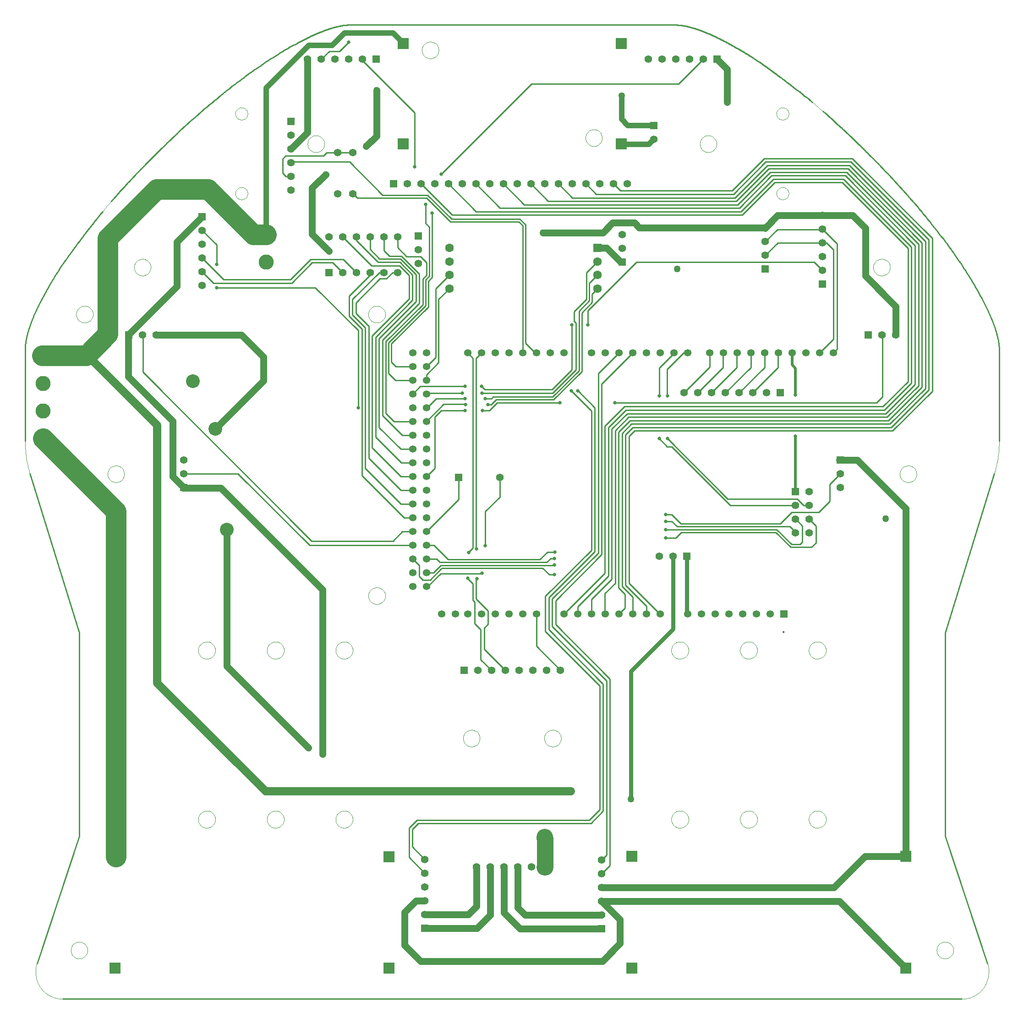
<source format=gtl>
G04*
G04 #@! TF.GenerationSoftware,Altium Limited,Altium Designer,18.0.7 (293)*
G04*
G04 Layer_Physical_Order=1*
G04 Layer_Color=255*
%FSLAX25Y25*%
%MOIN*%
G70*
G01*
G75*
%ADD10C,0.00945*%
%ADD11C,0.01000*%
%ADD13C,0.00050*%
%ADD28C,0.05000*%
%ADD29C,0.12000*%
%ADD30C,0.15000*%
%ADD31C,0.04000*%
%ADD32C,0.03000*%
%ADD33C,0.06000*%
%ADD34C,0.02000*%
%ADD35R,0.11000X0.11000*%
%ADD36C,0.11000*%
%ADD37R,0.11000X0.11000*%
%ADD38R,0.06299X0.06299*%
%ADD39C,0.06299*%
%ADD40C,0.05347*%
%ADD41R,0.05347X0.05347*%
%ADD42R,0.05512X0.05512*%
%ADD43C,0.05512*%
%ADD44R,0.05512X0.05512*%
%ADD45R,0.07874X0.07874*%
%ADD46C,0.02500*%
%ADD47C,0.05000*%
%ADD48C,0.10000*%
D10*
X552276Y396126D02*
X551567Y396535D01*
Y395717D01*
X552276Y396126D01*
X551567Y396535D01*
Y395717D01*
X552276Y396126D01*
D11*
X570400Y478000D02*
X575400Y473000D01*
X381400Y437700D02*
X385000D01*
X376600Y442500D02*
X381400Y437700D01*
X307900Y442500D02*
X376600D01*
X585300Y503400D02*
X593000Y511100D01*
X297400Y459000D02*
X306114Y450286D01*
X380000Y454200D02*
X385400D01*
X374400Y448600D02*
X380000Y454200D01*
X307800Y448600D02*
X374400D01*
X560300Y478300D02*
X565600Y473000D01*
X556600Y472600D02*
X561100Y468100D01*
X382300Y449400D02*
X385200D01*
X379500Y446600D02*
X382300Y449400D01*
X301700Y446600D02*
X379500D01*
X384900Y444500D02*
X385000Y444600D01*
X299300Y449000D02*
X301700Y446600D01*
X302472Y444500D02*
X384900D01*
X296972Y439000D02*
X302472Y444500D01*
X306114Y450286D02*
X307800Y448600D01*
X303300Y442500D02*
X307700D01*
X302400Y441600D02*
X303300Y442500D01*
X294700Y433900D02*
X302400Y441600D01*
X292000Y439000D02*
X296972D01*
X306000Y450400D02*
X306114Y450286D01*
X292000Y459000D02*
X297400D01*
X585300Y491100D02*
Y503400D01*
X577300Y483100D02*
X585300Y491100D01*
X557800Y483100D02*
X577300D01*
X466200Y481300D02*
X470300D01*
X549300Y474600D02*
X557800Y483100D01*
X470300Y481300D02*
X477000Y474600D01*
X549300D01*
X292000Y449000D02*
X299200D01*
X474400Y472600D02*
X556600D01*
X470500Y476500D02*
X474400Y472600D01*
X466100Y476500D02*
X470500D01*
X282000Y449000D02*
X286700Y444300D01*
Y436500D02*
Y444300D01*
X289300Y433900D02*
X294700D01*
X286700Y436500D02*
X289300Y433900D01*
X477400Y468500D02*
X546100D01*
X473400Y464500D02*
X477400Y468500D01*
X466100Y464500D02*
X473400D01*
X575400Y460800D02*
Y473000D01*
X546100Y468500D02*
X557000Y457600D01*
X572200D02*
X575400Y460800D01*
X557000Y457600D02*
X572200D01*
X466100Y470500D02*
X546928D01*
X565600Y461400D02*
Y473000D01*
X563800Y459600D02*
X565600Y461400D01*
X557828Y459600D02*
X563800D01*
X546928Y470500D02*
X557828Y459600D01*
X292800Y429000D02*
X302300Y438500D01*
X332300D01*
X345400Y507200D02*
X345500Y507300D01*
X345400Y494200D02*
Y507200D01*
X334800Y483600D02*
X345400Y494200D01*
X334800Y458900D02*
Y483600D01*
X328500Y456400D02*
Y456850D01*
X328250Y457100D02*
X328500Y456850D01*
X325750Y457100D02*
Y595250D01*
X322700Y454050D02*
X325750Y457100D01*
X322700Y453700D02*
Y454050D01*
X580252Y688900D02*
X580352D01*
X547400D02*
X580252D01*
X215587Y812787D02*
X221300Y818500D01*
X215500Y812700D02*
X215587Y812787D01*
X325750Y419164D02*
Y431150D01*
X322200Y434700D02*
X325750Y431150D01*
X322200Y434700D02*
Y435100D01*
X292700Y569700D02*
X318100D01*
X292000Y569000D02*
X292700Y569700D01*
X340600Y567000D02*
X383728D01*
X339500Y565900D02*
X340600Y567000D01*
X334700Y565900D02*
X339500D01*
X336700Y561400D02*
X339300D01*
X339600Y561700D01*
X399694Y621594D02*
X400650Y620639D01*
Y620450D02*
Y620639D01*
Y620450D02*
X400700Y620400D01*
Y586800D02*
Y620400D01*
X402950Y586222D02*
Y629586D01*
X383728Y567000D02*
X402950Y586222D01*
X404950Y585393D02*
Y628172D01*
X384557Y565000D02*
X404950Y585393D01*
X383800Y569900D02*
X400700Y586800D01*
X399600Y621689D02*
Y629200D01*
X408500Y638100D01*
X402200Y571300D02*
X402450D01*
X414550Y559200D01*
X580176Y658924D02*
X580300Y658800D01*
X574000Y665100D02*
X580176Y658924D01*
X383372Y572300D02*
X397900Y586828D01*
X334300Y572300D02*
X383372D01*
X332000Y574600D02*
X334300Y572300D01*
X332500Y569900D02*
X383800D01*
X320100Y561600D02*
X320300Y561800D01*
X304600Y561600D02*
X320100D01*
X292000Y549000D02*
X304600Y561600D01*
X320300Y561400D02*
Y561800D01*
X299100Y565800D02*
X320200D01*
X339600Y561700D02*
X339900Y562000D01*
X298800Y565500D02*
X299100Y565800D01*
X397900Y586828D02*
Y619500D01*
X342900Y565000D02*
X384557D01*
X339900Y562000D02*
X342900Y565000D01*
X580252Y679200D02*
X580300D01*
X547700D02*
X580252D01*
X336900Y401700D02*
Y411550D01*
X334100Y398900D02*
X336900Y401700D01*
X334100Y383400D02*
X349500Y368000D01*
X334100Y383400D02*
Y398900D01*
X332000Y599000D02*
Y601036D01*
X328250Y595250D02*
X332000Y599000D01*
X328250Y420200D02*
X336900Y411550D01*
X328250Y457100D02*
Y595250D01*
Y434300D02*
X328750Y434800D01*
Y434057D02*
Y434800D01*
X328250Y420200D02*
Y434300D01*
X228900Y818500D02*
X235500Y825100D01*
X221300Y818500D02*
X228900D01*
X331600Y375900D02*
X339500Y368000D01*
X327200Y402000D02*
X331600Y397600D01*
Y375900D02*
Y397600D01*
X325750Y419164D02*
X327200Y417714D01*
Y402000D02*
Y417714D01*
X322000Y599000D02*
X325750Y595250D01*
X414550Y454521D02*
Y559200D01*
X381000Y420971D02*
X414550Y454521D01*
X420600Y265664D02*
Y358200D01*
X411636Y256700D02*
X420600Y265664D01*
X381000Y397800D02*
Y420971D01*
Y397800D02*
X420600Y358200D01*
X286000Y256700D02*
X411636D01*
X281800Y239600D02*
X290900Y230500D01*
X281800Y252500D02*
X286000Y256700D01*
X281800Y239600D02*
Y252500D01*
X397400Y571400D02*
X412050Y556750D01*
Y455557D02*
Y556750D01*
X418100Y266700D02*
Y356664D01*
X378500Y396264D02*
X418100Y356664D01*
X410600Y259200D02*
X418100Y266700D01*
X378500Y422007D02*
X412050Y455557D01*
X378500Y396264D02*
Y422007D01*
X284964Y259200D02*
X410600D01*
X279300Y232100D02*
X290900Y220500D01*
X279300Y253536D02*
X284964Y259200D01*
X279300Y232100D02*
Y253536D01*
X415500Y714500D02*
X515436D01*
X398100Y711900D02*
X516513D01*
X380600Y709400D02*
X517548D01*
X363100Y706900D02*
X518584D01*
X345600Y704400D02*
X519619D01*
X328200Y701800D02*
X520696D01*
X433000Y717000D02*
X514400D01*
X310700Y699300D02*
X521732D01*
X283500Y734400D02*
Y773700D01*
X283000Y774200D02*
X283500Y773700D01*
X291300Y693300D02*
Y707200D01*
Y693300D02*
X294200Y690400D01*
X580252Y649100D02*
X580300D01*
X580252Y698800D02*
X580500D01*
X128800Y688200D02*
X128874Y688126D01*
X139400Y677600D01*
X475600Y794900D02*
X493537Y812837D01*
X475600Y794900D02*
X493600Y812900D01*
X475600Y794900D02*
X493600Y812900D01*
X493537Y812837D02*
X493600Y812900D01*
X261100Y673400D02*
Y683563D01*
Y673400D02*
Y683700D01*
Y683563D02*
Y683700D01*
Y673400D02*
Y683700D01*
Y673400D02*
Y683700D01*
X271200Y675600D02*
Y683563D01*
Y675600D02*
Y683700D01*
Y675600D02*
Y683700D01*
Y683563D02*
Y683700D01*
Y675600D02*
Y683563D01*
Y675600D02*
Y683700D01*
X623800Y567100D02*
Y612400D01*
Y567100D02*
Y612400D01*
X85700Y585000D02*
Y612000D01*
Y585000D02*
Y613000D01*
Y612000D02*
Y613000D01*
Y585000D02*
Y613000D01*
X115600Y512400D02*
X116900Y511100D01*
X115600Y512400D02*
X116250Y511750D01*
X115600Y512400D02*
X116900Y511100D01*
X116250Y511750D02*
X116900Y511100D01*
X507900Y588400D02*
Y599000D01*
Y588400D02*
Y599000D01*
Y588400D02*
Y599000D01*
Y588400D02*
Y599000D01*
Y588400D02*
Y599000D01*
Y588400D02*
Y599000D01*
X547800Y588300D02*
Y599000D01*
Y588300D02*
Y599000D01*
Y588300D02*
Y599000D01*
Y588300D02*
Y599000D01*
Y588300D02*
Y599000D01*
Y588300D02*
Y599000D01*
X517800Y588300D02*
Y599000D01*
Y599200D01*
Y599000D02*
Y599200D01*
Y588300D02*
Y599200D01*
Y588300D02*
Y599000D01*
Y588300D02*
Y599200D01*
Y599000D02*
Y599200D01*
Y599000D02*
Y599200D01*
Y588300D02*
Y599000D01*
Y588300D02*
Y599000D01*
X238750Y714950D02*
X241800Y711900D01*
X238600Y715100D02*
X241800Y711900D01*
X238600Y715100D02*
X241800Y711900D01*
X238600Y715100D02*
X238750Y714950D01*
X238600Y715100D02*
X238750Y714950D01*
X238600Y715100D02*
X238750Y714950D01*
X241800Y711900D01*
X238750Y714950D02*
X241800Y711900D01*
X192800Y738000D02*
X193500D01*
X192800D02*
X193500D01*
X192800D02*
X193500D01*
X192800D02*
X236100D01*
X193500D02*
X236100D01*
X192800D02*
X236100D01*
X193500D02*
X236100D01*
X193500D02*
X236100D01*
X193500D02*
X236100D01*
X192800D02*
X193500D01*
X238600Y715100D02*
X238750Y714950D01*
X241800Y711900D01*
X517800Y599000D02*
Y599200D01*
Y588300D02*
Y599000D01*
X547800Y588300D02*
Y599000D01*
X507900Y588400D02*
Y599000D01*
X116250Y511750D02*
X116900Y511100D01*
X115600Y512400D02*
X116250Y511750D01*
X85700Y612000D02*
Y613000D01*
Y585000D02*
Y612000D01*
X623800Y567100D02*
Y612000D01*
Y567100D02*
Y612400D01*
X271200Y683563D02*
Y683700D01*
Y675600D02*
Y683563D01*
X261100D02*
Y683700D01*
Y673400D02*
Y683563D01*
X538500Y670000D02*
X547700Y679200D01*
X588200Y609200D02*
Y674000D01*
X493537Y812837D02*
X493600Y812900D01*
X475600Y794900D02*
X493537Y812837D01*
X128874Y688126D02*
X139400Y677600D01*
X128800Y688200D02*
X128874Y688126D01*
X219500Y744700D02*
X227500D01*
X217100Y742300D02*
X219500Y744700D01*
X189600Y742300D02*
X217100D01*
X207800Y667100D02*
X231400D01*
X208836Y664600D02*
X223900D01*
X231000Y657500D01*
X231400Y667100D02*
X241000Y657500D01*
X194036Y649800D02*
X208836Y664600D01*
X193000Y652300D02*
X207800Y667100D01*
X242300Y559100D02*
Y615400D01*
X211200Y646500D02*
X242300Y615400D01*
X139400Y646500D02*
X211200D01*
X85700Y585000D02*
X208500Y462200D01*
X425600Y359900D02*
Y361836D01*
X386000Y401436D02*
Y418900D01*
X425600Y226100D02*
Y359900D01*
X383500Y400000D02*
Y419936D01*
X419550Y576550D02*
X442000Y599000D01*
X419550Y452450D02*
Y576550D01*
X386000Y418900D02*
X419550Y452450D01*
X419500Y220000D02*
X425600Y226100D01*
X417050Y584050D02*
X432000Y599000D01*
X417050Y453486D02*
Y584050D01*
X383500Y419936D02*
X417050Y453486D01*
X419500Y230000D02*
X423100Y233600D01*
X386000Y401436D02*
X425600Y361836D01*
X383500Y400000D02*
X423100Y360400D01*
Y233600D02*
Y360400D01*
X372000Y385600D02*
X389200Y368400D01*
X139400Y663500D02*
Y677600D01*
X144448Y652300D02*
X193000D01*
X136948Y649800D02*
X194036D01*
X128748Y668000D02*
X144448Y652300D01*
X368400Y794900D02*
X475600D01*
X429100Y562700D02*
X619000D01*
X435968Y560000D02*
X624200D01*
X421800Y545832D02*
X435968Y560000D01*
X437004Y557500D02*
X625236D01*
X438081Y554900D02*
X626171D01*
X439116Y552400D02*
X627207D01*
X440152Y549900D02*
X628242D01*
X441188Y547400D02*
X629278D01*
X431800Y541548D02*
X440152Y549900D01*
X442264Y544800D02*
X630213D01*
X436800Y539336D02*
X442264Y544800D01*
X443300Y542300D02*
X631249D01*
X439300Y538300D02*
X443300Y542300D01*
X426800Y543619D02*
X438081Y554900D01*
X429300Y542584D02*
X439116Y552400D01*
X424300Y544796D02*
X437004Y557500D01*
X439300Y431400D02*
Y538300D01*
X343428Y562700D02*
X389100D01*
X421800Y438800D02*
Y545832D01*
X392000Y409000D02*
X421800Y438800D01*
X402000Y414400D02*
X424300Y436700D01*
Y544796D01*
X426800Y434500D02*
Y543619D01*
X429300Y431400D02*
Y542584D01*
X431800Y428064D02*
Y541548D01*
X421900Y424000D02*
X429300Y431400D01*
X421900Y409100D02*
Y424000D01*
X434300Y429100D02*
Y540513D01*
X402000Y409000D02*
Y414400D01*
X292000Y429000D02*
X292800D01*
X372000Y385600D02*
Y409000D01*
X619400Y562700D02*
X623800Y567100D01*
X624200Y560000D02*
X642400Y578200D01*
X625236Y557500D02*
X644900Y577164D01*
X337828Y557100D02*
X343428Y562700D01*
X332900Y557100D02*
X337828D01*
X302928D02*
X320100D01*
X298200Y552372D02*
X302928Y557100D01*
X292300Y559000D02*
X298800Y565500D01*
X298200Y515200D02*
Y552372D01*
X292000Y509000D02*
X298200Y515200D01*
X561894Y492700D02*
X566594Y488000D01*
X511200Y492700D02*
X561894D01*
X566594Y488000D02*
X570575D01*
X208500Y462200D02*
X267800D01*
X274600Y469000D01*
X154900Y511100D02*
X207000Y459000D01*
X116900Y511100D02*
X154900D01*
X207000Y459000D02*
X282000D01*
X128748Y658000D02*
X136948Y649800D01*
X274600Y469000D02*
X282000D01*
X315500Y508500D02*
Y509600D01*
Y492500D02*
Y508500D01*
X292000Y469000D02*
X315500Y492500D01*
X302700Y729200D02*
X368400Y794900D01*
X296200Y654143D02*
Y700800D01*
X294200Y654972D02*
Y690400D01*
X293300Y651243D02*
X296200Y654143D01*
X293300Y632543D02*
Y651243D01*
X266500Y605743D02*
X293300Y632543D01*
X266500Y592400D02*
Y605743D01*
Y592400D02*
X269900Y589000D01*
X282000D01*
X245500Y812874D02*
Y812900D01*
Y811700D02*
Y812874D01*
Y811700D02*
X283000Y774200D01*
X291300Y652072D02*
X294200Y654972D01*
X291300Y633372D02*
Y652072D01*
X264500Y606572D02*
X291300Y633372D01*
X264500Y584100D02*
Y606572D01*
Y584100D02*
X269600Y579000D01*
X282000D01*
X277600Y669200D02*
X287800D01*
X292200Y664800D01*
X271200Y675600D02*
X277600Y669200D01*
X273785Y669500D02*
X286800Y656485D01*
X284300Y636271D02*
Y656157D01*
X272957Y667500D02*
X284300Y656157D01*
X257800Y667500D02*
X272957D01*
X281800Y637307D02*
Y655828D01*
X272628Y665000D02*
X281800Y655828D01*
X256764Y665000D02*
X272628D01*
X279300Y638342D02*
Y655500D01*
X272300Y662500D02*
X279300Y655500D01*
X252063Y662500D02*
X272300D01*
X268500Y549000D02*
X282000D01*
X262500Y555000D02*
X268500Y549000D01*
X444707Y665100D02*
X574000D01*
X409300Y629693D02*
X444707Y665100D01*
X409300Y619500D02*
Y629693D01*
X287600Y574600D02*
X320200D01*
X282000Y569000D02*
X287600Y574600D01*
X235700Y625800D02*
X245050Y616450D01*
Y557961D02*
Y616450D01*
X245000Y557911D02*
X245050Y557961D01*
X245000Y509700D02*
Y557911D01*
X247500Y515100D02*
Y617536D01*
X238200Y626836D02*
X247500Y617536D01*
X250000Y522400D02*
Y618571D01*
X240700Y627871D02*
X250000Y618571D01*
X252500Y530000D02*
Y611542D01*
X238200Y626836D02*
Y637950D01*
X257750Y657500D01*
X240700Y635500D02*
X258194Y652994D01*
X240700Y627871D02*
Y635500D01*
X292000Y589000D02*
X298900Y595900D01*
Y645908D01*
X300900Y591998D02*
Y638065D01*
X292000Y583098D02*
X300900Y591998D01*
X292000Y579000D02*
Y583098D01*
X298900Y645908D02*
X308681Y655689D01*
X300900Y638065D02*
X308681Y645846D01*
X292000Y559000D02*
X292300D01*
X412500Y641791D02*
X416555Y645846D01*
X408500Y657476D02*
X416555Y665532D01*
X408500Y638100D02*
Y657476D01*
X410500Y649634D02*
X416555Y655689D01*
X410500Y637136D02*
Y649634D01*
X402950Y629586D02*
X410500Y637136D01*
X412500Y635722D02*
Y641791D01*
X404950Y628172D02*
X412500Y635722D01*
X362000Y599000D02*
Y691600D01*
X364000Y606100D02*
X371100Y599000D01*
X292200Y655800D02*
Y664800D01*
X289300Y652900D02*
X292200Y655800D01*
X261100Y673400D02*
X265000Y669500D01*
X273785D01*
X286800Y635236D02*
Y656485D01*
X245000Y509700D02*
X275700Y479000D01*
X261300Y682800D02*
Y683500D01*
X262500Y607400D02*
X289300Y634200D01*
X262500Y555000D02*
Y607400D01*
X274500Y539000D02*
X282000D01*
X260000Y608436D02*
X286800Y635236D01*
X260000Y553500D02*
X274500Y539000D01*
X260000Y553500D02*
Y608436D01*
X289300Y634200D02*
Y652900D01*
X252500Y611542D02*
X279300Y638342D01*
X273500Y509000D02*
X282000D01*
X252500Y530000D02*
X273500Y509000D01*
X255000Y610507D02*
X281800Y637307D01*
X273700Y519000D02*
X282000D01*
X255000Y537700D02*
X273700Y519000D01*
X255000Y537700D02*
Y610507D01*
X257500Y609471D02*
X284300Y636271D01*
X273300Y529000D02*
X282000D01*
X257500Y544800D02*
X273300Y529000D01*
X257500Y544800D02*
Y609471D01*
X231000Y683563D02*
X252063Y662500D01*
X241000Y680764D02*
Y683563D01*
Y680764D02*
X256764Y665000D01*
X251000Y674300D02*
Y683563D01*
Y674300D02*
X257800Y667500D01*
X250000Y522400D02*
X273400Y499000D01*
X247500Y515100D02*
X273600Y489000D01*
X273400Y499000D02*
X282000D01*
X273600Y489000D02*
X282000D01*
X275700Y479000D02*
X282000D01*
X235700Y625800D02*
Y640399D01*
X262866Y652994D02*
X267372Y657500D01*
X271000D01*
X258194Y652994D02*
X262866D01*
X257750Y657500D02*
X261000D01*
X251000Y655699D02*
Y657500D01*
X235700Y640399D02*
X251000Y655699D01*
X359100Y694500D02*
X362000Y691600D01*
X359928Y696500D02*
X364000Y692428D01*
X309490Y694500D02*
X359100D01*
X310318Y696500D02*
X359928D01*
X364000Y606100D02*
Y692428D01*
X292090Y711900D02*
X309490Y694500D01*
X292918Y713900D02*
X310318Y696500D01*
X288000Y722000D02*
X310700Y699300D01*
X241800Y711900D02*
X292090D01*
X260200Y713900D02*
X292918D01*
X187400Y740100D02*
X189600Y742300D01*
X187400Y729800D02*
Y740100D01*
Y729800D02*
X189700Y727500D01*
X193500D01*
X236100Y738000D02*
X260200Y713900D01*
X227500Y744700D02*
X238500D01*
X580252Y679000D02*
X583200D01*
X588200Y674000D01*
X578000Y599000D02*
X588200Y609200D01*
X590700Y601700D02*
Y678552D01*
X580352Y688900D02*
X590700Y678552D01*
X588000Y599000D02*
X590700Y601700D01*
X580252Y689000D02*
X580352Y688900D01*
X538500Y680000D02*
X547400Y688900D01*
X545416Y722984D02*
X594416D01*
X544380Y725484D02*
X595451D01*
X521732Y699300D02*
X545416Y722984D01*
X520696Y701800D02*
X544380Y725484D01*
X543203Y727984D02*
X596628D01*
X519619Y704400D02*
X543203Y727984D01*
X542168Y730484D02*
X597664D01*
X371100Y599000D02*
X372000D01*
X328000Y722000D02*
X345600Y704400D01*
X308000Y722000D02*
X328200Y701800D01*
X467300Y536600D02*
X511200Y492700D01*
X472000Y598700D02*
Y599000D01*
X467200Y530700D02*
X470372D01*
X513072Y488000D01*
X461400Y588100D02*
X472000Y598700D01*
X461400Y568000D02*
Y588100D01*
X461300Y567900D02*
X461400Y568000D01*
X461300Y536600D02*
X467200Y530700D01*
X479200Y599000D02*
X482000D01*
X467200Y587000D02*
X479200Y599000D01*
X467200Y568000D02*
X467300Y567900D01*
X467200Y568000D02*
Y587000D01*
X513072Y488000D02*
X560575D01*
X626171Y554900D02*
X647500Y576229D01*
X627207Y552400D02*
X650000Y575193D01*
X629278Y547400D02*
X655000Y573122D01*
X630213Y544800D02*
X657600Y572187D01*
X436800Y430136D02*
Y539336D01*
X412000Y419700D02*
X426800Y434500D01*
X436800Y430136D02*
X444500Y422436D01*
X439300Y431400D02*
X461700Y409000D01*
X431800Y428064D02*
X436400Y423464D01*
Y413400D02*
Y423464D01*
X432000Y409000D02*
X436400Y413400D01*
X412000Y409000D02*
Y419700D01*
X421900Y409100D02*
X422000Y409000D01*
X452000D02*
Y414900D01*
Y408900D02*
Y409000D01*
X444500Y422400D02*
X452000Y414900D01*
X461700Y409000D02*
X462000D01*
X444500Y422400D02*
Y422436D01*
X595451Y725484D02*
X644900Y676036D01*
Y577164D02*
Y676036D01*
X594416Y722984D02*
X642400Y675000D01*
Y578200D02*
Y675000D01*
X597664Y730484D02*
X650000Y678148D01*
Y575193D02*
Y678148D01*
X518584Y706900D02*
X542168Y730484D01*
X348000Y722000D02*
X363100Y706900D01*
X596628Y727984D02*
X647500Y677113D01*
Y576229D02*
Y677113D01*
X599735Y735484D02*
X655000Y680219D01*
Y573122D02*
Y680219D01*
X516513Y711900D02*
X540097Y735484D01*
X599735D01*
X434300Y540513D02*
X441188Y547400D01*
X388000Y722000D02*
X398100Y711900D01*
X598699Y732984D02*
X652500Y679184D01*
Y574158D02*
Y679184D01*
X517548Y709400D02*
X541132Y732984D01*
X598699D01*
X628242Y549900D02*
X652500Y574158D01*
X368000Y722000D02*
X380600Y709400D01*
X442000Y409000D02*
Y421400D01*
X434300Y429100D02*
X442000Y421400D01*
X601947Y740484D02*
X660100Y682332D01*
Y571151D02*
Y682332D01*
X514400Y717000D02*
X537884Y740484D01*
X601947D01*
X631249Y542300D02*
X660100Y571151D01*
X428000Y722000D02*
X433000Y717000D01*
X657600Y572187D02*
Y681296D01*
X600912Y737984D02*
X657600Y681296D01*
X515436Y714500D02*
X538920Y737984D01*
X600912D01*
X408000Y722000D02*
X415500Y714500D01*
X538000Y588500D02*
Y599000D01*
X528000Y588500D02*
Y599000D01*
X498100Y588600D02*
Y598800D01*
X529500Y570000D02*
X547800Y588300D01*
X538000Y599000D02*
Y599100D01*
X519500Y570000D02*
X538000Y588500D01*
X528000Y599000D02*
Y599100D01*
X509500Y570000D02*
X528000Y588500D01*
X499500Y570000D02*
X517800Y588300D01*
X489500Y570000D02*
X507900Y588400D01*
X479500Y570000D02*
X498100Y588600D01*
X25Y534615D02*
Y601441D01*
X3550Y511320D02*
X39395Y395580D01*
Y247548D02*
Y395580D01*
X8623Y154889D02*
X39395Y247548D01*
X27305Y129000D02*
X681407D01*
X669316Y247548D02*
X700089Y154889D01*
X669316Y247548D02*
Y395580D01*
X705162Y511320D01*
X708686Y534615D02*
Y601441D01*
X708682Y601920D02*
X708686Y601441D01*
X708677Y602161D02*
X708682Y601920D01*
X708670Y602404D02*
X708677Y602161D01*
X708661Y602649D02*
X708670Y602404D01*
X708649Y602895D02*
X708661Y602649D01*
X708636Y603142D02*
X708649Y602895D01*
X708621Y603391D02*
X708636Y603142D01*
X708603Y603641D02*
X708621Y603391D01*
X708584Y603892D02*
X708603Y603641D01*
X708563Y604145D02*
X708584Y603892D01*
X708539Y604399D02*
X708563Y604145D01*
X708514Y604654D02*
X708539Y604399D01*
X708487Y604911D02*
X708514Y604654D01*
X708458Y605169D02*
X708487Y604911D01*
X708427Y605429D02*
X708458Y605169D01*
X708394Y605689D02*
X708427Y605429D01*
X708359Y605951D02*
X708394Y605689D01*
X708322Y606214D02*
X708359Y605951D01*
X708283Y606479D02*
X708322Y606214D01*
X708243Y606745D02*
X708283Y606479D01*
X708200Y607012D02*
X708243Y606745D01*
X708156Y607280D02*
X708200Y607012D01*
X708110Y607549D02*
X708156Y607280D01*
X708062Y607820D02*
X708110Y607549D01*
X708012Y608092D02*
X708062Y607820D01*
X707961Y608364D02*
X708012Y608092D01*
X707907Y608639D02*
X707961Y608364D01*
X707852Y608914D02*
X707907Y608639D01*
X707795Y609190D02*
X707852Y608914D01*
X707736Y609468D02*
X707795Y609190D01*
X707676Y609747D02*
X707736Y609468D01*
X707614Y610026D02*
X707676Y609747D01*
X707550Y610307D02*
X707614Y610026D01*
X707484Y610589D02*
X707550Y610307D01*
X707417Y610872D02*
X707484Y610589D01*
X707347Y611157D02*
X707417Y610872D01*
X707277Y611442D02*
X707347Y611157D01*
X707204Y611728D02*
X707277Y611442D01*
X707130Y612015D02*
X707204Y611728D01*
X707054Y612304D02*
X707130Y612015D01*
X706977Y612593D02*
X707054Y612304D01*
X706897Y612883D02*
X706977Y612593D01*
X706817Y613175D02*
X706897Y612883D01*
X706734Y613467D02*
X706817Y613175D01*
X706650Y613760D02*
X706734Y613467D01*
X706565Y614055D02*
X706650Y613760D01*
X706477Y614350D02*
X706565Y614055D01*
X706389Y614646D02*
X706477Y614350D01*
X706298Y614943D02*
X706389Y614646D01*
X706206Y615241D02*
X706298Y614943D01*
X706113Y615540D02*
X706206Y615241D01*
X706018Y615840D02*
X706113Y615540D01*
X705921Y616140D02*
X706018Y615840D01*
X705823Y616442D02*
X705921Y616140D01*
X705724Y616744D02*
X705823Y616442D01*
X705623Y617047D02*
X705724Y616744D01*
X705520Y617352D02*
X705623Y617047D01*
X705416Y617656D02*
X705520Y617352D01*
X705311Y617962D02*
X705416Y617656D01*
X705204Y618269D02*
X705311Y617962D01*
X705095Y618576D02*
X705204Y618269D01*
X704985Y618884D02*
X705095Y618576D01*
X704874Y619193D02*
X704985Y618884D01*
X704762Y619503D02*
X704874Y619193D01*
X704648Y619813D02*
X704762Y619503D01*
X704532Y620124D02*
X704648Y619813D01*
X704415Y620436D02*
X704532Y620124D01*
X704297Y620748D02*
X704415Y620436D01*
X704177Y621062D02*
X704297Y620748D01*
X704057Y621376D02*
X704177Y621062D01*
X703934Y621690D02*
X704057Y621376D01*
X703811Y622006D02*
X703934Y621690D01*
X703686Y622322D02*
X703811Y622006D01*
X703560Y622638D02*
X703686Y622322D01*
X703432Y622956D02*
X703560Y622638D01*
X703303Y623273D02*
X703432Y622956D01*
X703173Y623592D02*
X703303Y623273D01*
X703042Y623911D02*
X703173Y623592D01*
X702909Y624231D02*
X703042Y623911D01*
X702776Y624551D02*
X702909Y624231D01*
X702641Y624872D02*
X702776Y624551D01*
X702504Y625193D02*
X702641Y624872D01*
X702367Y625515D02*
X702504Y625193D01*
X702228Y625838D02*
X702367Y625515D01*
X702088Y626161D02*
X702228Y625838D01*
X701947Y626485D02*
X702088Y626161D01*
X701805Y626809D02*
X701947Y626485D01*
X701662Y627133D02*
X701805Y626809D01*
X701517Y627458D02*
X701662Y627133D01*
X701371Y627784D02*
X701517Y627458D01*
X701225Y628110D02*
X701371Y627784D01*
X701077Y628436D02*
X701225Y628110D01*
X700928Y628763D02*
X701077Y628436D01*
X700778Y629091D02*
X700928Y628763D01*
X700626Y629418D02*
X700778Y629091D01*
X700474Y629746D02*
X700626Y629418D01*
X700321Y630075D02*
X700474Y629746D01*
X700166Y630404D02*
X700321Y630075D01*
X700011Y630733D02*
X700166Y630404D01*
X699854Y631063D02*
X700011Y630733D01*
X699697Y631393D02*
X699854Y631063D01*
X699538Y631723D02*
X699697Y631393D01*
X699379Y632054D02*
X699538Y631723D01*
X699218Y632385D02*
X699379Y632054D01*
X699057Y632716D02*
X699218Y632385D01*
X698894Y633048D02*
X699057Y632716D01*
X698731Y633380D02*
X698894Y633048D01*
X698567Y633712D02*
X698731Y633380D01*
X698401Y634044D02*
X698567Y633712D01*
X698235Y634377D02*
X698401Y634044D01*
X698068Y634710D02*
X698235Y634377D01*
X697900Y635043D02*
X698068Y634710D01*
X697731Y635377D02*
X697900Y635043D01*
X697561Y635710D02*
X697731Y635377D01*
X697390Y636044D02*
X697561Y635710D01*
X697219Y636378D02*
X697390Y636044D01*
X697046Y636712D02*
X697219Y636378D01*
X696873Y637047D02*
X697046Y636712D01*
X696699Y637381D02*
X696873Y637047D01*
X696524Y637716D02*
X696699Y637381D01*
X696348Y638050D02*
X696524Y637716D01*
X696172Y638385D02*
X696348Y638050D01*
X695994Y638720D02*
X696172Y638385D01*
X695637Y639391D02*
X695994Y638720D01*
X695277Y640061D02*
X695637Y639391D01*
X694914Y640732D02*
X695277Y640061D01*
X694548Y641403D02*
X694914Y640732D01*
X694180Y642074D02*
X694548Y641403D01*
X693808Y642745D02*
X694180Y642074D01*
X693434Y643415D02*
X693808Y642745D01*
X693058Y644086D02*
X693434Y643415D01*
X692679Y644756D02*
X693058Y644086D01*
X692298Y645426D02*
X692679Y644756D01*
X691914Y646095D02*
X692298Y645426D01*
X691528Y646764D02*
X691914Y646095D01*
X691140Y647432D02*
X691528Y646764D01*
X690750Y648100D02*
X691140Y647432D01*
X690358Y648766D02*
X690750Y648100D01*
X689965Y649432D02*
X690358Y648766D01*
X689569Y650096D02*
X689965Y649432D01*
X689172Y650760D02*
X689569Y650096D01*
X688773Y651422D02*
X689172Y650760D01*
X688373Y652083D02*
X688773Y651422D01*
X687971Y652743D02*
X688373Y652083D01*
X687568Y653401D02*
X687971Y652743D01*
X687163Y654058D02*
X687568Y653401D01*
X686758Y654713D02*
X687163Y654058D01*
X686147Y655692D02*
X686758Y654713D01*
X685535Y656667D02*
X686147Y655692D01*
X684920Y657637D02*
X685535Y656667D01*
X684304Y658603D02*
X684920Y657637D01*
X683687Y659564D02*
X684304Y658603D01*
X682862Y660836D02*
X683687Y659564D01*
X682035Y662099D02*
X682862Y660836D01*
X681002Y663661D02*
X682035Y662099D01*
X678938Y666729D02*
X681002Y663661D01*
X676072Y670879D02*
X678938Y666729D01*
X675060Y672315D02*
X676072Y670879D01*
X674256Y673444D02*
X675060Y672315D01*
X673657Y674280D02*
X674256Y673444D01*
X673061Y675106D02*
X673657Y674280D01*
X672469Y675920D02*
X673061Y675106D01*
X672077Y676458D02*
X672469Y675920D01*
X671687Y676990D02*
X672077Y676458D01*
X671299Y677518D02*
X671687Y676990D01*
X670912Y678040D02*
X671299Y677518D01*
X670720Y678300D02*
X670912Y678040D01*
X669363Y680119D02*
X670720Y678300D01*
X667993Y681939D02*
X669363Y680119D01*
X666610Y683759D02*
X667993Y681939D01*
X665213Y685579D02*
X666610Y683759D01*
X663803Y687400D02*
X665213Y685579D01*
X662379Y689221D02*
X663803Y687400D01*
X660941Y691042D02*
X662379Y689221D01*
X659490Y692863D02*
X660941Y691042D01*
X658026Y694685D02*
X659490Y692863D01*
X656548Y696507D02*
X658026Y694685D01*
X655057Y698329D02*
X656548Y696507D01*
X653552Y700152D02*
X655057Y698329D01*
X652034Y701975D02*
X653552Y700152D01*
X650502Y703798D02*
X652034Y701975D01*
X648957Y705621D02*
X650502Y703798D01*
X647399Y707444D02*
X648957Y705621D01*
X645827Y709268D02*
X647399Y707444D01*
X644241Y711092D02*
X645827Y709268D01*
X642642Y712916D02*
X644241Y711092D01*
X641030Y714741D02*
X642642Y712916D01*
X639404Y716565D02*
X641030Y714741D01*
X637765Y718390D02*
X639404Y716565D01*
X636113Y720215D02*
X637765Y718390D01*
X634447Y722040D02*
X636113Y720215D01*
X632768Y723866D02*
X634447Y722040D01*
X631075Y725692D02*
X632768Y723866D01*
X629369Y727517D02*
X631075Y725692D01*
X627650Y729343D02*
X629369Y727517D01*
X625917Y731170D02*
X627650Y729343D01*
X624171Y732996D02*
X625917Y731170D01*
X622411Y734822D02*
X624171Y732996D01*
X620638Y736649D02*
X622411Y734822D01*
X618852Y738476D02*
X620638Y736649D01*
X617052Y740303D02*
X618852Y738476D01*
X615239Y742130D02*
X617052Y740303D01*
X613936Y743435D02*
X615239Y742130D01*
X613676Y743695D02*
X613936Y743435D01*
X613416Y743955D02*
X613676Y743695D01*
X613156Y744214D02*
X613416Y743955D01*
X612897Y744472D02*
X613156Y744214D01*
X612638Y744730D02*
X612897Y744472D01*
X612380Y744988D02*
X612638Y744730D01*
X612122Y745245D02*
X612380Y744988D01*
X611864Y745501D02*
X612122Y745245D01*
X611606Y745757D02*
X611864Y745501D01*
X611349Y746012D02*
X611606Y745757D01*
X611093Y746267D02*
X611349Y746012D01*
X610836Y746521D02*
X611093Y746267D01*
X610580Y746774D02*
X610836Y746521D01*
X610325Y747028D02*
X610580Y746774D01*
X610069Y747280D02*
X610325Y747028D01*
X609814Y747532D02*
X610069Y747280D01*
X609560Y747784D02*
X609814Y747532D01*
X609305Y748035D02*
X609560Y747784D01*
X609051Y748286D02*
X609305Y748035D01*
X608797Y748536D02*
X609051Y748286D01*
X608544Y748785D02*
X608797Y748536D01*
X608291Y749034D02*
X608544Y748785D01*
X608038Y749283D02*
X608291Y749034D01*
X607786Y749531D02*
X608038Y749283D01*
X607533Y749779D02*
X607786Y749531D01*
X607281Y750026D02*
X607533Y749779D01*
X607030Y750273D02*
X607281Y750026D01*
X606778Y750519D02*
X607030Y750273D01*
X606276Y751010D02*
X606778Y750519D01*
X605775Y751499D02*
X606276Y751010D01*
X605275Y751986D02*
X605775Y751499D01*
X604776Y752472D02*
X605275Y751986D01*
X604278Y752956D02*
X604776Y752472D01*
X603780Y753438D02*
X604278Y752956D01*
X603284Y753918D02*
X603780Y753438D01*
X602788Y754397D02*
X603284Y753918D01*
X602293Y754874D02*
X602788Y754397D01*
X601799Y755350D02*
X602293Y754874D01*
X601306Y755823D02*
X601799Y755350D01*
X600813Y756296D02*
X601306Y755823D01*
X600320Y756767D02*
X600813Y756296D01*
X599829Y757236D02*
X600320Y756767D01*
X599338Y757704D02*
X599829Y757236D01*
X598847Y758170D02*
X599338Y757704D01*
X598357Y758635D02*
X598847Y758170D01*
X597867Y759099D02*
X598357Y758635D01*
X597377Y759561D02*
X597867Y759099D01*
X596888Y760022D02*
X597377Y759561D01*
X596399Y760481D02*
X596888Y760022D01*
X595911Y760940D02*
X596399Y760481D01*
X595422Y761397D02*
X595911Y760940D01*
X594934Y761853D02*
X595422Y761397D01*
X594446Y762307D02*
X594934Y761853D01*
X593958Y762761D02*
X594446Y762307D01*
X593470Y763213D02*
X593958Y762761D01*
X592738Y763890D02*
X593470Y763213D01*
X592006Y764564D02*
X592738Y763890D01*
X591274Y765236D02*
X592006Y764564D01*
X590542Y765905D02*
X591274Y765236D01*
X589809Y766573D02*
X590542Y765905D01*
X589076Y767239D02*
X589809Y766573D01*
X588341Y767902D02*
X589076Y767239D01*
X587361Y768785D02*
X588341Y767902D01*
X586379Y769664D02*
X587361Y768785D01*
X585395Y770540D02*
X586379Y769664D01*
X584161Y771632D02*
X585395Y770540D01*
X582674Y772938D02*
X584161Y771632D01*
X580431Y774889D02*
X582674Y772938D01*
X570956Y782866D02*
X572786Y781357D01*
X569636Y783944D02*
X570956Y782866D01*
X568304Y785025D02*
X569636Y783944D01*
X567231Y785890D02*
X568304Y785025D01*
X566150Y786758D02*
X567231Y785890D01*
X565060Y787627D02*
X566150Y786758D01*
X564237Y788280D02*
X565060Y787627D01*
X563410Y788934D02*
X564237Y788280D01*
X562577Y789590D02*
X563410Y788934D01*
X561739Y790247D02*
X562577Y789590D01*
X560896Y790905D02*
X561739Y790247D01*
X560047Y791565D02*
X560896Y790905D01*
X559193Y792227D02*
X560047Y791565D01*
X558332Y792891D02*
X559193Y792227D01*
X557467Y793556D02*
X558332Y792891D01*
X556886Y794001D02*
X557467Y793556D01*
X556303Y794447D02*
X556886Y794001D01*
X555717Y794893D02*
X556303Y794447D01*
X555128Y795341D02*
X555717Y794893D01*
X554537Y795789D02*
X555128Y795341D01*
X553942Y796239D02*
X554537Y795789D01*
X553345Y796690D02*
X553942Y796239D01*
X552745Y797141D02*
X553345Y796690D01*
X552142Y797594D02*
X552745Y797141D01*
X551535Y798048D02*
X552142Y797594D01*
X550926Y798503D02*
X551535Y798048D01*
X550314Y798960D02*
X550926Y798503D01*
X549699Y799417D02*
X550314Y798960D01*
X549080Y799876D02*
X549699Y799417D01*
X548771Y800105D02*
X549080Y799876D01*
X548465Y800332D02*
X548771Y800105D01*
X548161Y800557D02*
X548465Y800332D01*
X547860Y800780D02*
X548161Y800557D01*
X547561Y801002D02*
X547860Y800780D01*
X547265Y801222D02*
X547561Y801002D01*
X546970Y801440D02*
X547265Y801222D01*
X546678Y801656D02*
X546970Y801440D01*
X546388Y801871D02*
X546678Y801656D01*
X546100Y802084D02*
X546388Y801871D01*
X545815Y802295D02*
X546100Y802084D01*
X545531Y802505D02*
X545815Y802295D01*
X545249Y802713D02*
X545531Y802505D01*
X544969Y802920D02*
X545249Y802713D01*
X544691Y803125D02*
X544969Y802920D01*
X544415Y803329D02*
X544691Y803125D01*
X544140Y803531D02*
X544415Y803329D01*
X543867Y803732D02*
X544140Y803531D01*
X543596Y803932D02*
X543867Y803732D01*
X543326Y804130D02*
X543596Y803932D01*
X543058Y804327D02*
X543326Y804130D01*
X542791Y804523D02*
X543058Y804327D01*
X542526Y804718D02*
X542791Y804523D01*
X542262Y804911D02*
X542526Y804718D01*
X541999Y805103D02*
X542262Y804911D01*
X541738Y805294D02*
X541999Y805103D01*
X541478Y805484D02*
X541738Y805294D01*
X541219Y805673D02*
X541478Y805484D01*
X540960Y805860D02*
X541219Y805673D01*
X540703Y806047D02*
X540960Y805860D01*
X540447Y806233D02*
X540703Y806047D01*
X540192Y806417D02*
X540447Y806233D01*
X539938Y806601D02*
X540192Y806417D01*
X539685Y806784D02*
X539938Y806601D01*
X539432Y806966D02*
X539685Y806784D01*
X539180Y807147D02*
X539432Y806966D01*
X538928Y807327D02*
X539180Y807147D01*
X538678Y807507D02*
X538928Y807327D01*
X538427Y807686D02*
X538678Y807507D01*
X538178Y807864D02*
X538427Y807686D01*
X537928Y808041D02*
X538178Y807864D01*
X537679Y808217D02*
X537928Y808041D01*
X537431Y808393D02*
X537679Y808217D01*
X537182Y808569D02*
X537431Y808393D01*
X536934Y808744D02*
X537182Y808569D01*
X536686Y808918D02*
X536934Y808744D01*
X536438Y809091D02*
X536686Y808918D01*
X536190Y809265D02*
X536438Y809091D01*
X535942Y809437D02*
X536190Y809265D01*
X535695Y809610D02*
X535942Y809437D01*
X535446Y809782D02*
X535695Y809610D01*
X535198Y809953D02*
X535446Y809782D01*
X534950Y810124D02*
X535198Y809953D01*
X534701Y810295D02*
X534950Y810124D01*
X534452Y810466D02*
X534701Y810295D01*
X534203Y810636D02*
X534452Y810466D01*
X533953Y810806D02*
X534203Y810636D01*
X533451Y811146D02*
X533953Y810806D01*
X532947Y811485D02*
X533451Y811146D01*
X532441Y811824D02*
X532947Y811485D01*
X531417Y812502D02*
X532441Y811824D01*
X529584Y813694D02*
X531417Y812502D01*
X529048Y814037D02*
X529584Y813694D01*
X528506Y814382D02*
X529048Y814037D01*
X527958Y814728D02*
X528506Y814382D01*
X527402Y815076D02*
X527958Y814728D01*
X527122Y815251D02*
X527402Y815076D01*
X526839Y815427D02*
X527122Y815251D01*
X526555Y815603D02*
X526839Y815427D01*
X526269Y815780D02*
X526555Y815603D01*
X525980Y815957D02*
X526269Y815780D01*
X525690Y816135D02*
X525980Y815957D01*
X525397Y816314D02*
X525690Y816135D01*
X525102Y816494D02*
X525397Y816314D01*
X524805Y816674D02*
X525102Y816494D01*
X524505Y816856D02*
X524805Y816674D01*
X524203Y817038D02*
X524505Y816856D01*
X523898Y817221D02*
X524203Y817038D01*
X523591Y817405D02*
X523898Y817221D01*
X523282Y817590D02*
X523591Y817405D01*
X522970Y817776D02*
X523282Y817590D01*
X522655Y817963D02*
X522970Y817776D01*
X522337Y818151D02*
X522655Y817963D01*
X522017Y818340D02*
X522337Y818151D01*
X521694Y818530D02*
X522017Y818340D01*
X521368Y818721D02*
X521694Y818530D01*
X521039Y818914D02*
X521368Y818721D01*
X520707Y819108D02*
X521039Y818914D01*
X520372Y819302D02*
X520707Y819108D01*
X520034Y819499D02*
X520372Y819302D01*
X519692Y819696D02*
X520034Y819499D01*
X519348Y819895D02*
X519692Y819696D01*
X519000Y820095D02*
X519348Y819895D01*
X518649Y820296D02*
X519000Y820095D01*
X518294Y820499D02*
X518649Y820296D01*
X517937Y820703D02*
X518294Y820499D01*
X517575Y820909D02*
X517937Y820703D01*
X517210Y821116D02*
X517575Y820909D01*
X516842Y821325D02*
X517210Y821116D01*
X516469Y821535D02*
X516842Y821325D01*
X516094Y821747D02*
X516469Y821535D01*
X515714Y821961D02*
X516094Y821747D01*
X515330Y822176D02*
X515714Y821961D01*
X514943Y822393D02*
X515330Y822176D01*
X514552Y822611D02*
X514943Y822393D01*
X514157Y822831D02*
X514552Y822611D01*
X513757Y823053D02*
X514157Y822831D01*
X513354Y823277D02*
X513757Y823053D01*
X512947Y823503D02*
X513354Y823277D01*
X512538Y823728D02*
X512947Y823503D01*
X512130Y823952D02*
X512538Y823728D01*
X511724Y824174D02*
X512130Y823952D01*
X511319Y824394D02*
X511724Y824174D01*
X510916Y824613D02*
X511319Y824394D01*
X510514Y824829D02*
X510916Y824613D01*
X510113Y825044D02*
X510514Y824829D01*
X509714Y825257D02*
X510113Y825044D01*
X509316Y825468D02*
X509714Y825257D01*
X508920Y825678D02*
X509316Y825468D01*
X508525Y825885D02*
X508920Y825678D01*
X508131Y826091D02*
X508525Y825885D01*
X507738Y826295D02*
X508131Y826091D01*
X507347Y826497D02*
X507738Y826295D01*
X506958Y826697D02*
X507347Y826497D01*
X506569Y826895D02*
X506958Y826697D01*
X506182Y827092D02*
X506569Y826895D01*
X505797Y827287D02*
X506182Y827092D01*
X505413Y827480D02*
X505797Y827287D01*
X505030Y827671D02*
X505413Y827480D01*
X504648Y827860D02*
X505030Y827671D01*
X504268Y828048D02*
X504648Y827860D01*
X503890Y828234D02*
X504268Y828048D01*
X503512Y828418D02*
X503890Y828234D01*
X503136Y828600D02*
X503512Y828418D01*
X502762Y828780D02*
X503136Y828600D01*
X502389Y828959D02*
X502762Y828780D01*
X502017Y829135D02*
X502389Y828959D01*
X501646Y829310D02*
X502017Y829135D01*
X501277Y829483D02*
X501646Y829310D01*
X500909Y829655D02*
X501277Y829483D01*
X500543Y829824D02*
X500909Y829655D01*
X500178Y829992D02*
X500543Y829824D01*
X499815Y830158D02*
X500178Y829992D01*
X499452Y830322D02*
X499815Y830158D01*
X499091Y830484D02*
X499452Y830322D01*
X498732Y830644D02*
X499091Y830484D01*
X498374Y830803D02*
X498732Y830644D01*
X498017Y830960D02*
X498374Y830803D01*
X497662Y831114D02*
X498017Y830960D01*
X497308Y831268D02*
X497662Y831114D01*
X496955Y831419D02*
X497308Y831268D01*
X496604Y831568D02*
X496955Y831419D01*
X496254Y831716D02*
X496604Y831568D01*
X495905Y831862D02*
X496254Y831716D01*
X495558Y832006D02*
X495905Y831862D01*
X495212Y832148D02*
X495558Y832006D01*
X494868Y832289D02*
X495212Y832148D01*
X494525Y832427D02*
X494868Y832289D01*
X494183Y832564D02*
X494525Y832427D01*
X493843Y832699D02*
X494183Y832564D01*
X493504Y832833D02*
X493843Y832699D01*
X493166Y832964D02*
X493504Y832833D01*
X492830Y833094D02*
X493166Y832964D01*
X492495Y833221D02*
X492830Y833094D01*
X492162Y833347D02*
X492495Y833221D01*
X491830Y833471D02*
X492162Y833347D01*
X491499Y833594D02*
X491830Y833471D01*
X491170Y833714D02*
X491499Y833594D01*
X490842Y833833D02*
X491170Y833714D01*
X490515Y833950D02*
X490842Y833833D01*
X490190Y834065D02*
X490515Y833950D01*
X489866Y834178D02*
X490190Y834065D01*
X489544Y834290D02*
X489866Y834178D01*
X489223Y834399D02*
X489544Y834290D01*
X488903Y834507D02*
X489223Y834399D01*
X488585Y834613D02*
X488903Y834507D01*
X488268Y834717D02*
X488585Y834613D01*
X487952Y834820D02*
X488268Y834717D01*
X487638Y834920D02*
X487952Y834820D01*
X487325Y835019D02*
X487638Y834920D01*
X487013Y835116D02*
X487325Y835019D01*
X486703Y835211D02*
X487013Y835116D01*
X486394Y835305D02*
X486703Y835211D01*
X486087Y835396D02*
X486394Y835305D01*
X485781Y835486D02*
X486087Y835396D01*
X485476Y835574D02*
X485781Y835486D01*
X485173Y835660D02*
X485476Y835574D01*
X484871Y835744D02*
X485173Y835660D01*
X484571Y835826D02*
X484871Y835744D01*
X484272Y835907D02*
X484571Y835826D01*
X483974Y835986D02*
X484272Y835907D01*
X483677Y836063D02*
X483974Y835986D01*
X483382Y836138D02*
X483677Y836063D01*
X483089Y836212D02*
X483382Y836138D01*
X482796Y836283D02*
X483089Y836212D01*
X482505Y836353D02*
X482796Y836283D01*
X482216Y836421D02*
X482505Y836353D01*
X481928Y836487D02*
X482216Y836421D01*
X481641Y836551D02*
X481928Y836487D01*
X481355Y836614D02*
X481641Y836551D01*
X481071Y836675D02*
X481355Y836614D01*
X480789Y836734D02*
X481071Y836675D01*
X480507Y836791D02*
X480789Y836734D01*
X480227Y836846D02*
X480507Y836791D01*
X479949Y836899D02*
X480227Y836846D01*
X479671Y836951D02*
X479949Y836899D01*
X479396Y837001D02*
X479671Y836951D01*
X479121Y837049D02*
X479396Y837001D01*
X478848Y837095D02*
X479121Y837049D01*
X478576Y837139D02*
X478848Y837095D01*
X478306Y837182D02*
X478576Y837139D01*
X478037Y837223D02*
X478306Y837182D01*
X477769Y837262D02*
X478037Y837223D01*
X477503Y837299D02*
X477769Y837262D01*
X477238Y837334D02*
X477503Y837299D01*
X476975Y837368D02*
X477238Y837334D01*
X476712Y837400D02*
X476975Y837368D01*
X476452Y837429D02*
X476712Y837400D01*
X476192Y837458D02*
X476452Y837429D01*
X475934Y837484D02*
X476192Y837458D01*
X475678Y837508D02*
X475934Y837484D01*
X475422Y837531D02*
X475678Y837508D01*
X475168Y837552D02*
X475422Y837531D01*
X474916Y837571D02*
X475168Y837552D01*
X474665Y837588D02*
X474916Y837571D01*
X474415Y837603D02*
X474665Y837588D01*
X474167Y837617D02*
X474415Y837603D01*
X473919Y837629D02*
X474167Y837617D01*
X473674Y837639D02*
X473919Y837629D01*
X473429Y837647D02*
X473674Y837639D01*
X473187Y837653D02*
X473429Y837647D01*
X472945Y837658D02*
X473187Y837653D01*
X472705Y837661D02*
X472945Y837658D01*
X472466Y837661D02*
X472705Y837661D01*
X236245Y837661D02*
X472466D01*
X235767Y837657D02*
X236245Y837661D01*
X235525Y837652D02*
X235767Y837657D01*
X235282Y837645D02*
X235525Y837652D01*
X235038Y837636D02*
X235282Y837645D01*
X234792Y837624D02*
X235038Y837636D01*
X234544Y837611D02*
X234792Y837624D01*
X234296Y837596D02*
X234544Y837611D01*
X234046Y837578D02*
X234296Y837596D01*
X233794Y837559D02*
X234046Y837578D01*
X233542Y837538D02*
X233794Y837559D01*
X233287Y837514D02*
X233542Y837538D01*
X233032Y837489D02*
X233287Y837514D01*
X232775Y837462D02*
X233032Y837489D01*
X232517Y837433D02*
X232775Y837462D01*
X232258Y837402D02*
X232517Y837433D01*
X231997Y837369D02*
X232258Y837402D01*
X231735Y837334D02*
X231997Y837369D01*
X231472Y837297D02*
X231735Y837334D01*
X231208Y837258D02*
X231472Y837297D01*
X230942Y837218D02*
X231208Y837258D01*
X230675Y837175D02*
X230942Y837218D01*
X230407Y837131D02*
X230675Y837175D01*
X230137Y837085D02*
X230407Y837131D01*
X229867Y837037D02*
X230137Y837085D01*
X229595Y836987D02*
X229867Y837037D01*
X229322Y836936D02*
X229595Y836987D01*
X229048Y836882D02*
X229322Y836936D01*
X228773Y836827D02*
X229048Y836882D01*
X228496Y836770D02*
X228773Y836827D01*
X228219Y836711D02*
X228496Y836770D01*
X227940Y836651D02*
X228219Y836711D01*
X227660Y836589D02*
X227940Y836651D01*
X227379Y836525D02*
X227660Y836589D01*
X227097Y836459D02*
X227379Y836525D01*
X226814Y836392D02*
X227097Y836459D01*
X226530Y836322D02*
X226814Y836392D01*
X226245Y836252D02*
X226530Y836322D01*
X225958Y836179D02*
X226245Y836252D01*
X225671Y836105D02*
X225958Y836179D01*
X225383Y836029D02*
X225671Y836105D01*
X225093Y835952D02*
X225383Y836029D01*
X224803Y835872D02*
X225093Y835952D01*
X224512Y835792D02*
X224803Y835872D01*
X224219Y835709D02*
X224512Y835792D01*
X223926Y835625D02*
X224219Y835709D01*
X223632Y835540D02*
X223926Y835625D01*
X223337Y835452D02*
X223632Y835540D01*
X223040Y835364D02*
X223337Y835452D01*
X222743Y835273D02*
X223040Y835364D01*
X222445Y835181D02*
X222743Y835273D01*
X222147Y835088D02*
X222445Y835181D01*
X221847Y834993D02*
X222147Y835088D01*
X221546Y834896D02*
X221847Y834993D01*
X221245Y834798D02*
X221546Y834896D01*
X220942Y834699D02*
X221245Y834798D01*
X220639Y834598D02*
X220942Y834699D01*
X220335Y834495D02*
X220639Y834598D01*
X220030Y834391D02*
X220335Y834495D01*
X219724Y834286D02*
X220030Y834391D01*
X219418Y834179D02*
X219724Y834286D01*
X219110Y834070D02*
X219418Y834179D01*
X218802Y833960D02*
X219110Y834070D01*
X218493Y833849D02*
X218802Y833960D01*
X218184Y833737D02*
X218493Y833849D01*
X217873Y833623D02*
X218184Y833737D01*
X217562Y833507D02*
X217873Y833623D01*
X217251Y833390D02*
X217562Y833507D01*
X216938Y833272D02*
X217251Y833390D01*
X216625Y833152D02*
X216938Y833272D01*
X216311Y833032D02*
X216625Y833152D01*
X215996Y832909D02*
X216311Y833032D01*
X215681Y832786D02*
X215996Y832909D01*
X215365Y832661D02*
X215681Y832786D01*
X215048Y832535D02*
X215365Y832661D01*
X214731Y832407D02*
X215048Y832535D01*
X214413Y832278D02*
X214731Y832407D01*
X214094Y832148D02*
X214413Y832278D01*
X213775Y832017D02*
X214094Y832148D01*
X213456Y831884D02*
X213775Y832017D01*
X213135Y831751D02*
X213456Y831884D01*
X212814Y831616D02*
X213135Y831751D01*
X212493Y831479D02*
X212814Y831616D01*
X212171Y831342D02*
X212493Y831479D01*
X211848Y831203D02*
X212171Y831342D01*
X211525Y831063D02*
X211848Y831203D01*
X211202Y830922D02*
X211525Y831063D01*
X210878Y830780D02*
X211202Y830922D01*
X210553Y830637D02*
X210878Y830780D01*
X210228Y830492D02*
X210553Y830637D01*
X209903Y830346D02*
X210228Y830492D01*
X209577Y830200D02*
X209903Y830346D01*
X209250Y830052D02*
X209577Y830200D01*
X208923Y829903D02*
X209250Y830052D01*
X208596Y829753D02*
X208923Y829903D01*
X208268Y829601D02*
X208596Y829753D01*
X207940Y829449D02*
X208268Y829601D01*
X207611Y829296D02*
X207940Y829449D01*
X207283Y829141D02*
X207611Y829296D01*
X206953Y828986D02*
X207283Y829141D01*
X206624Y828829D02*
X206953Y828986D01*
X206294Y828672D02*
X206624Y828829D01*
X205963Y828513D02*
X206294Y828672D01*
X205632Y828354D02*
X205963Y828513D01*
X205301Y828193D02*
X205632Y828354D01*
X204970Y828032D02*
X205301Y828193D01*
X204638Y827869D02*
X204970Y828032D01*
X204307Y827706D02*
X204638Y827869D01*
X203974Y827542D02*
X204307Y827706D01*
X203642Y827376D02*
X203974Y827542D01*
X203309Y827210D02*
X203642Y827376D01*
X202976Y827043D02*
X203309Y827210D01*
X202643Y826875D02*
X202976Y827043D01*
X202310Y826706D02*
X202643Y826875D01*
X201976Y826536D02*
X202310Y826706D01*
X201642Y826365D02*
X201976Y826536D01*
X201308Y826194D02*
X201642Y826365D01*
X200974Y826021D02*
X201308Y826194D01*
X200640Y825848D02*
X200974Y826021D01*
X200305Y825674D02*
X200640Y825848D01*
X199971Y825499D02*
X200305Y825674D01*
X199636Y825323D02*
X199971Y825499D01*
X199301Y825147D02*
X199636Y825323D01*
X198966Y824969D02*
X199301Y825147D01*
X198296Y824612D02*
X198966Y824969D01*
X197625Y824252D02*
X198296Y824612D01*
X196955Y823889D02*
X197625Y824252D01*
X196284Y823523D02*
X196955Y823889D01*
X195613Y823155D02*
X196284Y823523D01*
X194942Y822783D02*
X195613Y823155D01*
X194271Y822409D02*
X194942Y822783D01*
X193600Y822033D02*
X194271Y822409D01*
X192930Y821654D02*
X193600Y822033D01*
X192260Y821273D02*
X192930Y821654D01*
X191591Y820889D02*
X192260Y821273D01*
X190922Y820503D02*
X191591Y820889D01*
X190254Y820115D02*
X190922Y820503D01*
X189587Y819725D02*
X190254Y820115D01*
X188920Y819333D02*
X189587Y819725D01*
X188255Y818940D02*
X188920Y819333D01*
X187590Y818544D02*
X188255Y818940D01*
X186927Y818147D02*
X187590Y818544D01*
X186264Y817748D02*
X186927Y818147D01*
X185603Y817348D02*
X186264Y817748D01*
X184944Y816946D02*
X185603Y817348D01*
X184286Y816543D02*
X184944Y816946D01*
X183629Y816138D02*
X184286Y816543D01*
X182974Y815733D02*
X183629Y816138D01*
X181995Y815122D02*
X182974Y815733D01*
X181020Y814510D02*
X181995Y815122D01*
X180049Y813895D02*
X181020Y814510D01*
X179083Y813279D02*
X180049Y813895D01*
X178123Y812662D02*
X179083Y813279D01*
X176850Y811837D02*
X178123Y812662D01*
X175588Y811010D02*
X176850Y811837D01*
X174025Y809977D02*
X175588Y811010D01*
X170957Y807913D02*
X174025Y809977D01*
X166808Y805047D02*
X170957Y807913D01*
X165372Y804035D02*
X166808Y805047D01*
X164242Y803231D02*
X165372Y804035D01*
X163406Y802632D02*
X164242Y803231D01*
X162581Y802036D02*
X163406Y802632D01*
X161766Y801444D02*
X162581Y802036D01*
X161229Y801052D02*
X161766Y801444D01*
X160696Y800662D02*
X161229Y801052D01*
X160169Y800274D02*
X160696Y800662D01*
X159646Y799887D02*
X160169Y800274D01*
X157827Y798533D02*
X159646Y799887D01*
X156007Y797165D02*
X157827Y798533D01*
X154187Y795783D02*
X156007Y797165D01*
X152367Y794388D02*
X154187Y795783D01*
X150547Y792980D02*
X152367Y794388D01*
X148726Y791558D02*
X150547Y792980D01*
X146905Y790122D02*
X148726Y791558D01*
X145083Y788673D02*
X146905Y790122D01*
X143262Y787211D02*
X145083Y788673D01*
X141440Y785735D02*
X143262Y787211D01*
X139617Y784246D02*
X141440Y785735D01*
X137795Y782743D02*
X139617Y784246D01*
X135972Y781227D02*
X137795Y782743D01*
X134149Y779697D02*
X135972Y781227D01*
X132326Y778154D02*
X134149Y779697D01*
X130503Y776597D02*
X132326Y778154D01*
X128679Y775027D02*
X130503Y776597D01*
X126855Y773444D02*
X128679Y775027D01*
X125031Y771847D02*
X126855Y773444D01*
X123206Y770236D02*
X125031Y771847D01*
X121382Y768613D02*
X123206Y770236D01*
X119557Y766975D02*
X121382Y768613D01*
X117732Y765325D02*
X119557Y766975D01*
X115907Y763661D02*
X117732Y765325D01*
X114081Y761983D02*
X115907Y763661D01*
X112256Y760293D02*
X114081Y761983D01*
X110430Y758589D02*
X112256Y760293D01*
X108604Y756871D02*
X110430Y758589D01*
X106778Y755140D02*
X108604Y756871D01*
X104951Y753396D02*
X106778Y755140D01*
X103125Y751638D02*
X104951Y753396D01*
X101298Y749867D02*
X103125Y751638D01*
X99472Y748083D02*
X101298Y749867D01*
X97645Y746285D02*
X99472Y748083D01*
X95817Y744474D02*
X97645Y746285D01*
X94512Y743172D02*
X95817Y744474D01*
X94251Y742911D02*
X94512Y743172D01*
X93991Y742651D02*
X94251Y742911D01*
X93732Y742391D02*
X93991Y742651D01*
X93473Y742131D02*
X93732Y742391D01*
X93214Y741872D02*
X93473Y742131D01*
X92956Y741613D02*
X93214Y741872D01*
X92699Y741355D02*
X92956Y741613D01*
X92442Y741097D02*
X92699Y741355D01*
X92186Y740839D02*
X92442Y741097D01*
X91930Y740581D02*
X92186Y740839D01*
X91675Y740324D02*
X91930Y740581D01*
X91420Y740068D02*
X91675Y740324D01*
X91166Y739811D02*
X91420Y740068D01*
X90912Y739555D02*
X91166Y739811D01*
X90659Y739300D02*
X90912Y739555D01*
X90406Y739044D02*
X90659Y739300D01*
X90154Y738789D02*
X90406Y739044D01*
X89903Y738535D02*
X90154Y738789D01*
X89651Y738280D02*
X89903Y738535D01*
X89401Y738026D02*
X89651Y738280D01*
X89151Y737772D02*
X89401Y738026D01*
X88901Y737519D02*
X89151Y737772D01*
X88652Y737266D02*
X88901Y737519D01*
X88403Y737013D02*
X88652Y737266D01*
X88155Y736761D02*
X88403Y737013D01*
X87908Y736508D02*
X88155Y736761D01*
X87661Y736256D02*
X87908Y736508D01*
X87414Y736005D02*
X87661Y736256D01*
X87168Y735753D02*
X87414Y736005D01*
X86677Y735251D02*
X87168Y735753D01*
X86187Y734750D02*
X86677Y735251D01*
X85700Y734250D02*
X86187Y734750D01*
X85215Y733751D02*
X85700Y734250D01*
X84731Y733253D02*
X85215Y733751D01*
X84249Y732755D02*
X84731Y733253D01*
X83768Y732259D02*
X84249Y732755D01*
X83289Y731763D02*
X83768Y732259D01*
X82812Y731268D02*
X83289Y731763D01*
X82337Y730774D02*
X82812Y731268D01*
X81863Y730281D02*
X82337Y730774D01*
X81391Y729788D02*
X81863Y730281D01*
X80920Y729295D02*
X81391Y729788D01*
X80451Y728804D02*
X80920Y729295D01*
X79983Y728313D02*
X80451Y728804D01*
X79516Y727822D02*
X79983Y728313D01*
X79051Y727332D02*
X79516Y727822D01*
X78588Y726842D02*
X79051Y727332D01*
X78126Y726352D02*
X78588Y726842D01*
X77665Y725863D02*
X78126Y726352D01*
X77205Y725374D02*
X77665Y725863D01*
X76747Y724886D02*
X77205Y725374D01*
X76290Y724397D02*
X76747Y724886D01*
X75834Y723909D02*
X76290Y724397D01*
X75379Y723421D02*
X75834Y723909D01*
X74926Y722933D02*
X75379Y723421D01*
X74473Y722445D02*
X74926Y722933D01*
X73797Y721713D02*
X74473Y722445D01*
X73123Y720981D02*
X73797Y721713D01*
X72451Y720249D02*
X73123Y720981D01*
X71781Y719517D02*
X72451Y720249D01*
X71113Y718784D02*
X71781Y719517D01*
X70448Y718051D02*
X71113Y718784D01*
X69784Y717316D02*
X70448Y718051D01*
X68902Y716336D02*
X69784Y717316D01*
X68023Y715354D02*
X68902Y716336D01*
X67146Y714370D02*
X68023Y715354D01*
X66054Y713136D02*
X67146Y714370D01*
X64748Y711649D02*
X66054Y713136D01*
X62797Y709406D02*
X64748Y711649D01*
X54821Y699931D02*
X56329Y701761D01*
X53742Y698611D02*
X54821Y699931D01*
X52662Y697279D02*
X53742Y698611D01*
X51796Y696206D02*
X52662Y697279D01*
X50929Y695125D02*
X51796Y696206D01*
X50060Y694035D02*
X50929Y695125D01*
X49407Y693212D02*
X50060Y694035D01*
X48752Y692385D02*
X49407Y693212D01*
X48097Y691552D02*
X48752Y692385D01*
X47440Y690714D02*
X48097Y691552D01*
X46781Y689871D02*
X47440Y690714D01*
X46121Y689022D02*
X46781Y689871D01*
X45459Y688168D02*
X46121Y689022D01*
X44796Y687307D02*
X45459Y688168D01*
X44130Y686442D02*
X44796Y687307D01*
X43686Y685861D02*
X44130Y686442D01*
X43240Y685278D02*
X43686Y685861D01*
X42793Y684692D02*
X43240Y685278D01*
X42346Y684103D02*
X42793Y684692D01*
X41897Y683512D02*
X42346Y684103D01*
X41447Y682917D02*
X41897Y683512D01*
X40997Y682320D02*
X41447Y682917D01*
X40545Y681720D02*
X40997Y682320D01*
X40092Y681117D02*
X40545Y681720D01*
X39638Y680510D02*
X40092Y681117D01*
X39183Y679901D02*
X39638Y680510D01*
X38727Y679289D02*
X39183Y679901D01*
X38269Y678674D02*
X38727Y679289D01*
X37810Y678055D02*
X38269Y678674D01*
X37581Y677746D02*
X37810Y678055D01*
X37354Y677440D02*
X37581Y677746D01*
X37129Y677136D02*
X37354Y677440D01*
X36906Y676835D02*
X37129Y677136D01*
X36685Y676536D02*
X36906Y676835D01*
X36465Y676240D02*
X36685Y676536D01*
X36247Y675945D02*
X36465Y676240D01*
X36031Y675653D02*
X36247Y675945D01*
X35816Y675363D02*
X36031Y675653D01*
X35603Y675075D02*
X35816Y675363D01*
X35391Y674790D02*
X35603Y675075D01*
X35182Y674506D02*
X35391Y674790D01*
X34973Y674224D02*
X35182Y674506D01*
X34767Y673944D02*
X34973Y674224D01*
X34561Y673666D02*
X34767Y673944D01*
X34357Y673390D02*
X34561Y673666D01*
X34155Y673115D02*
X34357Y673390D01*
X33954Y672842D02*
X34155Y673115D01*
X33754Y672571D02*
X33954Y672842D01*
X33556Y672301D02*
X33754Y672571D01*
X33359Y672033D02*
X33556Y672301D01*
X33163Y671766D02*
X33359Y672033D01*
X32969Y671501D02*
X33163Y671766D01*
X32775Y671237D02*
X32969Y671501D01*
X32583Y670974D02*
X32775Y671237D01*
X32392Y670713D02*
X32583Y670974D01*
X32202Y670453D02*
X32392Y670713D01*
X32014Y670194D02*
X32202Y670453D01*
X31826Y669935D02*
X32014Y670194D01*
X31639Y669678D02*
X31826Y669935D01*
X31454Y669422D02*
X31639Y669678D01*
X31269Y669167D02*
X31454Y669422D01*
X31085Y668913D02*
X31269Y669167D01*
X30902Y668660D02*
X31085Y668913D01*
X30720Y668407D02*
X30902Y668660D01*
X30539Y668155D02*
X30720Y668407D01*
X30359Y667903D02*
X30539Y668155D01*
X30180Y667653D02*
X30359Y667903D01*
X30001Y667402D02*
X30180Y667653D01*
X29823Y667153D02*
X30001Y667402D01*
X29646Y666903D02*
X29823Y667153D01*
X29469Y666654D02*
X29646Y666903D01*
X29293Y666406D02*
X29469Y666654D01*
X29118Y666157D02*
X29293Y666406D01*
X28943Y665909D02*
X29118Y666157D01*
X28769Y665661D02*
X28943Y665909D01*
X28595Y665413D02*
X28769Y665661D01*
X28422Y665165D02*
X28595Y665413D01*
X28249Y664917D02*
X28422Y665165D01*
X28077Y664670D02*
X28249Y664917D01*
X27905Y664421D02*
X28077Y664670D01*
X27733Y664173D02*
X27905Y664421D01*
X27562Y663925D02*
X27733Y664173D01*
X27391Y663676D02*
X27562Y663925D01*
X27220Y663427D02*
X27391Y663676D01*
X27050Y663178D02*
X27220Y663427D01*
X26880Y662928D02*
X27050Y663178D01*
X26540Y662426D02*
X26880Y662928D01*
X26201Y661922D02*
X26540Y662426D01*
X25862Y661416D02*
X26201Y661922D01*
X25184Y660392D02*
X25862Y661416D01*
X23992Y658559D02*
X25184Y660392D01*
X23649Y658023D02*
X23992Y658559D01*
X23305Y657481D02*
X23649Y658023D01*
X22959Y656933D02*
X23305Y657481D01*
X22610Y656377D02*
X22959Y656933D01*
X22435Y656097D02*
X22610Y656377D01*
X22260Y655814D02*
X22435Y656097D01*
X22084Y655530D02*
X22260Y655814D01*
X21907Y655244D02*
X22084Y655530D01*
X21729Y654955D02*
X21907Y655244D01*
X21551Y654665D02*
X21729Y654955D01*
X21372Y654372D02*
X21551Y654665D01*
X21193Y654077D02*
X21372Y654372D01*
X21012Y653780D02*
X21193Y654077D01*
X20831Y653480D02*
X21012Y653780D01*
X20648Y653178D02*
X20831Y653480D01*
X20465Y652873D02*
X20648Y653178D01*
X20281Y652566D02*
X20465Y652873D01*
X20096Y652257D02*
X20281Y652566D01*
X19910Y651945D02*
X20096Y652257D01*
X19723Y651630D02*
X19910Y651945D01*
X19535Y651312D02*
X19723Y651630D01*
X19346Y650992D02*
X19535Y651312D01*
X19156Y650669D02*
X19346Y650992D01*
X18965Y650343D02*
X19156Y650669D01*
X18772Y650014D02*
X18965Y650343D01*
X18579Y649682D02*
X18772Y650014D01*
X18384Y649347D02*
X18579Y649682D01*
X18188Y649009D02*
X18384Y649347D01*
X17990Y648667D02*
X18188Y649009D01*
X17792Y648323D02*
X17990Y648667D01*
X17592Y647975D02*
X17792Y648323D01*
X17390Y647624D02*
X17592Y647975D01*
X17187Y647269D02*
X17390Y647624D01*
X16983Y646911D02*
X17187Y647269D01*
X16777Y646550D02*
X16983Y646911D01*
X16570Y646185D02*
X16777Y646550D01*
X16361Y645817D02*
X16570Y646185D01*
X16151Y645444D02*
X16361Y645817D01*
X15939Y645069D02*
X16151Y645444D01*
X15726Y644689D02*
X15939Y645069D01*
X15511Y644305D02*
X15726Y644689D01*
X15294Y643918D02*
X15511Y644305D01*
X15075Y643527D02*
X15294Y643918D01*
X14855Y643132D02*
X15075Y643527D01*
X14633Y642732D02*
X14855Y643132D01*
X14409Y642329D02*
X14633Y642732D01*
X14184Y641922D02*
X14409Y642329D01*
X13958Y641513D02*
X14184Y641922D01*
X13734Y641105D02*
X13958Y641513D01*
X13512Y640699D02*
X13734Y641105D01*
X13292Y640294D02*
X13512Y640699D01*
X13074Y639891D02*
X13292Y640294D01*
X12857Y639489D02*
X13074Y639891D01*
X12642Y639088D02*
X12857Y639489D01*
X12429Y638689D02*
X12642Y639088D01*
X12218Y638291D02*
X12429Y638689D01*
X12009Y637895D02*
X12218Y638291D01*
X11801Y637500D02*
X12009Y637895D01*
X11596Y637106D02*
X11801Y637500D01*
X11392Y636713D02*
X11596Y637106D01*
X11190Y636322D02*
X11392Y636713D01*
X10989Y635933D02*
X11190Y636322D01*
X10791Y635544D02*
X10989Y635933D01*
X10594Y635157D02*
X10791Y635544D01*
X10400Y634772D02*
X10594Y635157D01*
X10207Y634388D02*
X10400Y634772D01*
X10015Y634005D02*
X10207Y634388D01*
X9826Y633623D02*
X10015Y634005D01*
X9638Y633243D02*
X9826Y633623D01*
X9453Y632865D02*
X9638Y633243D01*
X9269Y632487D02*
X9453Y632865D01*
X9087Y632111D02*
X9269Y632487D01*
X8906Y631737D02*
X9087Y632111D01*
X8728Y631364D02*
X8906Y631737D01*
X8551Y630992D02*
X8728Y631364D01*
X8376Y630621D02*
X8551Y630992D01*
X8203Y630252D02*
X8376Y630621D01*
X8032Y629884D02*
X8203Y630252D01*
X7862Y629518D02*
X8032Y629884D01*
X7695Y629153D02*
X7862Y629518D01*
X7529Y628790D02*
X7695Y629153D01*
X7365Y628427D02*
X7529Y628790D01*
X7203Y628066D02*
X7365Y628427D01*
X7042Y627707D02*
X7203Y628066D01*
X6884Y627349D02*
X7042Y627707D01*
X6727Y626992D02*
X6884Y627349D01*
X6572Y626637D02*
X6727Y626992D01*
X6419Y626283D02*
X6572Y626637D01*
X6267Y625930D02*
X6419Y626283D01*
X6118Y625579D02*
X6267Y625930D01*
X5970Y625229D02*
X6118Y625579D01*
X5824Y624880D02*
X5970Y625229D01*
X5680Y624533D02*
X5824Y624880D01*
X5538Y624187D02*
X5680Y624533D01*
X5398Y623843D02*
X5538Y624187D01*
X5259Y623500D02*
X5398Y623843D01*
X5122Y623158D02*
X5259Y623500D01*
X4987Y622818D02*
X5122Y623158D01*
X4854Y622479D02*
X4987Y622818D01*
X4722Y622141D02*
X4854Y622479D01*
X4593Y621805D02*
X4722Y622141D01*
X4465Y621470D02*
X4593Y621805D01*
X4339Y621137D02*
X4465Y621470D01*
X4215Y620805D02*
X4339Y621137D01*
X4093Y620474D02*
X4215Y620805D01*
X3972Y620145D02*
X4093Y620474D01*
X3853Y619817D02*
X3972Y620145D01*
X3737Y619490D02*
X3853Y619817D01*
X3622Y619165D02*
X3737Y619490D01*
X3508Y618841D02*
X3622Y619165D01*
X3397Y618519D02*
X3508Y618841D01*
X3287Y618198D02*
X3397Y618519D01*
X3179Y617878D02*
X3287Y618198D01*
X3073Y617560D02*
X3179Y617878D01*
X2969Y617243D02*
X3073Y617560D01*
X2867Y616927D02*
X2969Y617243D01*
X2766Y616613D02*
X2867Y616927D01*
X2667Y616300D02*
X2766Y616613D01*
X2570Y615988D02*
X2667Y616300D01*
X2475Y615678D02*
X2570Y615988D01*
X2382Y615369D02*
X2475Y615678D01*
X2290Y615062D02*
X2382Y615369D01*
X2201Y614756D02*
X2290Y615062D01*
X2113Y614451D02*
X2201Y614756D01*
X2027Y614148D02*
X2113Y614451D01*
X1942Y613846D02*
X2027Y614148D01*
X1860Y613546D02*
X1942Y613846D01*
X1779Y613247D02*
X1860Y613546D01*
X1700Y612949D02*
X1779Y613247D01*
X1623Y612652D02*
X1700Y612949D01*
X1548Y612357D02*
X1623Y612652D01*
X1475Y612064D02*
X1548Y612357D01*
X1403Y611771D02*
X1475Y612064D01*
X1333Y611480D02*
X1403Y611771D01*
X1266Y611191D02*
X1333Y611480D01*
X1199Y610903D02*
X1266Y611191D01*
X1135Y610616D02*
X1199Y610903D01*
X1073Y610330D02*
X1135Y610616D01*
X1012Y610046D02*
X1073Y610330D01*
X953Y609764D02*
X1012Y610046D01*
X896Y609482D02*
X953Y609764D01*
X841Y609202D02*
X896Y609482D01*
X787Y608924D02*
X841Y609202D01*
X735Y608646D02*
X787Y608924D01*
X686Y608371D02*
X735Y608646D01*
X638Y608096D02*
X686Y608371D01*
X591Y607823D02*
X638Y608096D01*
X547Y607551D02*
X591Y607823D01*
X504Y607281D02*
X547Y607551D01*
X464Y607012D02*
X504Y607281D01*
X425Y606744D02*
X464Y607012D01*
X387Y606478D02*
X425Y606744D01*
X352Y606213D02*
X387Y606478D01*
X319Y605950D02*
X352Y606213D01*
X287Y605687D02*
X319Y605950D01*
X257Y605427D02*
X287Y605687D01*
X229Y605167D02*
X257Y605427D01*
X203Y604909D02*
X229Y605167D01*
X178Y604653D02*
X203Y604909D01*
X155Y604397D02*
X178Y604653D01*
X135Y604143D02*
X155Y604397D01*
X116Y603891D02*
X135Y604143D01*
X98Y603640D02*
X116Y603891D01*
X83Y603390D02*
X98Y603640D01*
X69Y603142D02*
X83Y603390D01*
X58Y602894D02*
X69Y603142D01*
X48Y602649D02*
X58Y602894D01*
X40Y602404D02*
X48Y602649D01*
X33Y602162D02*
X40Y602404D01*
X29Y601920D02*
X33Y602162D01*
X26Y601680D02*
X29Y601920D01*
X25Y601441D02*
X26Y601680D01*
D13*
X72269Y510890D02*
X72186Y511894D01*
X71939Y512871D01*
X71534Y513794D01*
X70982Y514638D01*
X70300Y515379D01*
X69504Y515998D01*
X68618Y516478D01*
X67665Y516805D01*
X66671Y516971D01*
X65663D01*
X64669Y516805D01*
X63715Y516478D01*
X62829Y515998D01*
X62034Y515379D01*
X61351Y514638D01*
X60800Y513794D01*
X60395Y512871D01*
X60148Y511894D01*
X60064Y510890D01*
X60148Y509885D01*
X60395Y508908D01*
X60800Y507985D01*
X61351Y507142D01*
X62034Y506400D01*
X62829Y505781D01*
X63715Y505301D01*
X64669Y504974D01*
X65663Y504808D01*
X66671D01*
X67665Y504974D01*
X68618Y505301D01*
X69504Y505781D01*
X70300Y506400D01*
X70982Y507142D01*
X71534Y507985D01*
X71939Y508908D01*
X72186Y509885D01*
X72269Y510890D01*
X555706Y773051D02*
X555593Y774052D01*
X555261Y775004D01*
X554724Y775857D01*
X554012Y776569D01*
X553159Y777106D01*
X552207Y777438D01*
X551206Y777551D01*
X550205Y777438D01*
X549254Y777106D01*
X548400Y776569D01*
X547688Y775857D01*
X547152Y775004D01*
X546819Y774052D01*
X546706Y773051D01*
X546819Y772050D01*
X547152Y771099D01*
X547688Y770246D01*
X548400Y769533D01*
X549254Y768997D01*
X550205Y768664D01*
X551206Y768551D01*
X552208Y768664D01*
X553159Y768997D01*
X554012Y769533D01*
X554724Y770246D01*
X555261Y771099D01*
X555593Y772050D01*
X555706Y773051D01*
X330930Y318665D02*
X330847Y319670D01*
X330600Y320647D01*
X330195Y321570D01*
X329644Y322413D01*
X328961Y323155D01*
X328166Y323774D01*
X327279Y324254D01*
X326326Y324581D01*
X325332Y324747D01*
X324324D01*
X323330Y324581D01*
X322377Y324254D01*
X321491Y323774D01*
X320695Y323155D01*
X320012Y322413D01*
X319461Y321570D01*
X319056Y320647D01*
X318809Y319670D01*
X318726Y318665D01*
X318809Y317661D01*
X319056Y316684D01*
X319461Y315761D01*
X320012Y314917D01*
X320695Y314176D01*
X321491Y313557D01*
X322377Y313077D01*
X323330Y312750D01*
X324324Y312584D01*
X325332D01*
X326326Y312750D01*
X327279Y313077D01*
X328166Y313557D01*
X328961Y314176D01*
X329644Y314917D01*
X330195Y315761D01*
X330600Y316684D01*
X330847Y317661D01*
X330930Y318665D01*
X389986D02*
X389902Y319670D01*
X389655Y320647D01*
X389250Y321570D01*
X388699Y322413D01*
X388016Y323155D01*
X387221Y323774D01*
X386335Y324254D01*
X385381Y324581D01*
X384387Y324747D01*
X383379D01*
X382385Y324581D01*
X381432Y324254D01*
X380546Y323774D01*
X379750Y323155D01*
X379068Y322413D01*
X378516Y321570D01*
X378112Y320647D01*
X377864Y319670D01*
X377781Y318665D01*
X377864Y317661D01*
X378112Y316684D01*
X378516Y315761D01*
X379068Y314917D01*
X379750Y314176D01*
X380546Y313557D01*
X381432Y313077D01*
X382385Y312750D01*
X383379Y312584D01*
X384387D01*
X385381Y312750D01*
X386335Y313077D01*
X387221Y313557D01*
X388016Y314176D01*
X388699Y314917D01*
X389250Y315761D01*
X389655Y316684D01*
X389902Y317661D01*
X389986Y318665D01*
X91560Y661283D02*
X91477Y662288D01*
X91230Y663265D01*
X90825Y664188D01*
X90274Y665032D01*
X89591Y665773D01*
X88796Y666392D01*
X87909Y666872D01*
X86956Y667199D01*
X85962Y667365D01*
X84954D01*
X83960Y667199D01*
X83007Y666872D01*
X82120Y666392D01*
X81325Y665773D01*
X80642Y665032D01*
X80091Y664188D01*
X79686Y663265D01*
X79439Y662288D01*
X79356Y661283D01*
X79439Y660279D01*
X79686Y659302D01*
X80091Y658379D01*
X80642Y657535D01*
X81325Y656794D01*
X82120Y656175D01*
X83007Y655695D01*
X83960Y655368D01*
X84954Y655202D01*
X85962D01*
X86956Y655368D01*
X87909Y655695D01*
X88796Y656175D01*
X89591Y656794D01*
X90274Y657535D01*
X90825Y658379D01*
X91230Y659302D01*
X91477Y660279D01*
X91560Y661283D01*
X217741Y751047D02*
X217658Y752052D01*
X217411Y753029D01*
X217006Y753952D01*
X216455Y754795D01*
X215772Y755537D01*
X214977Y756156D01*
X214090Y756636D01*
X213137Y756963D01*
X212143Y757129D01*
X211135D01*
X210141Y756963D01*
X209188Y756636D01*
X208301Y756156D01*
X207506Y755537D01*
X206824Y754795D01*
X206272Y753952D01*
X205868Y753029D01*
X205620Y752052D01*
X205537Y751047D01*
X205620Y750043D01*
X205868Y749066D01*
X206272Y748143D01*
X206824Y747299D01*
X207506Y746558D01*
X208301Y745939D01*
X209188Y745459D01*
X210141Y745132D01*
X211135Y744966D01*
X212143D01*
X213137Y745132D01*
X214090Y745459D01*
X214977Y745939D01*
X215772Y746558D01*
X216455Y747299D01*
X217006Y748143D01*
X217411Y749066D01*
X217658Y750043D01*
X217741Y751047D01*
X503175D02*
X503091Y752052D01*
X502844Y753029D01*
X502439Y753952D01*
X501888Y754795D01*
X501205Y755537D01*
X500410Y756156D01*
X499523Y756636D01*
X498570Y756963D01*
X497576Y757129D01*
X496568D01*
X495574Y756963D01*
X494621Y756636D01*
X493735Y756156D01*
X492939Y755537D01*
X492257Y754795D01*
X491705Y753952D01*
X491300Y753029D01*
X491053Y752052D01*
X490970Y751047D01*
X491053Y750043D01*
X491300Y749066D01*
X491705Y748143D01*
X492257Y747299D01*
X492939Y746558D01*
X493735Y745939D01*
X494621Y745459D01*
X495574Y745132D01*
X496568Y744966D01*
X497576D01*
X498570Y745132D01*
X499523Y745459D01*
X500410Y745939D01*
X501205Y746558D01*
X501888Y747299D01*
X502439Y748143D01*
X502844Y749066D01*
X503091Y750043D01*
X503175Y751047D01*
X629356Y661283D02*
X629273Y662288D01*
X629025Y663265D01*
X628620Y664188D01*
X628069Y665032D01*
X627386Y665773D01*
X626591Y666392D01*
X625705Y666872D01*
X624751Y667199D01*
X623757Y667365D01*
X622749D01*
X621755Y667199D01*
X620802Y666872D01*
X619916Y666392D01*
X619120Y665773D01*
X618438Y665032D01*
X617886Y664188D01*
X617482Y663265D01*
X617234Y662288D01*
X617151Y661283D01*
X617234Y660279D01*
X617482Y659302D01*
X617886Y658379D01*
X618438Y657535D01*
X619120Y656794D01*
X619916Y656175D01*
X620802Y655695D01*
X621755Y655368D01*
X622749Y655202D01*
X623757D01*
X624751Y655368D01*
X625705Y655695D01*
X626591Y656175D01*
X627386Y656794D01*
X628069Y657535D01*
X628620Y658379D01*
X629025Y659302D01*
X629273Y660279D01*
X629356Y661283D01*
X555706Y715051D02*
X555593Y716052D01*
X555261Y717004D01*
X554724Y717857D01*
X554012Y718569D01*
X553159Y719106D01*
X552207Y719438D01*
X551206Y719551D01*
X550205Y719438D01*
X549254Y719106D01*
X548400Y718569D01*
X547688Y717857D01*
X547152Y717004D01*
X546819Y716052D01*
X546706Y715051D01*
X546819Y714050D01*
X547152Y713099D01*
X547688Y712246D01*
X548400Y711533D01*
X549254Y710997D01*
X550205Y710664D01*
X551206Y710551D01*
X552208Y710664D01*
X553159Y710997D01*
X554012Y711533D01*
X554724Y712246D01*
X555261Y713099D01*
X555593Y714050D01*
X555706Y715051D01*
X162005Y773051D02*
X161892Y774052D01*
X161560Y775004D01*
X161024Y775857D01*
X160311Y776569D01*
X159458Y777106D01*
X158507Y777438D01*
X157505Y777551D01*
X156504Y777438D01*
X155553Y777106D01*
X154700Y776569D01*
X153987Y775857D01*
X153451Y775004D01*
X153118Y774052D01*
X153005Y773051D01*
X153118Y772050D01*
X153451Y771099D01*
X153987Y770246D01*
X154700Y769533D01*
X155553Y768997D01*
X156504Y768664D01*
X157505Y768551D01*
X158507Y768664D01*
X159458Y768997D01*
X160311Y769533D01*
X161024Y770246D01*
X161560Y771099D01*
X161892Y772050D01*
X162005Y773051D01*
Y715051D02*
X161892Y716052D01*
X161560Y717004D01*
X161024Y717857D01*
X160311Y718569D01*
X159458Y719105D01*
X158507Y719438D01*
X157505Y719551D01*
X156504Y719438D01*
X155553Y719105D01*
X154700Y718569D01*
X153987Y717857D01*
X153451Y717004D01*
X153118Y716052D01*
X153005Y715051D01*
X153118Y714050D01*
X153451Y713099D01*
X153987Y712246D01*
X154700Y711533D01*
X155553Y710997D01*
X156504Y710664D01*
X157505Y710551D01*
X158507Y710664D01*
X159458Y710997D01*
X160311Y711533D01*
X161024Y712246D01*
X161560Y713099D01*
X161892Y714050D01*
X162005Y715051D01*
X648647Y510890D02*
X648564Y511894D01*
X648316Y512871D01*
X647912Y513794D01*
X647360Y514638D01*
X646678Y515379D01*
X645882Y515998D01*
X644996Y516478D01*
X644043Y516805D01*
X643049Y516971D01*
X642041D01*
X641047Y516805D01*
X640093Y516478D01*
X639207Y515998D01*
X638412Y515379D01*
X637729Y514638D01*
X637178Y513794D01*
X636773Y512871D01*
X636526Y511894D01*
X636442Y510890D01*
X636526Y509885D01*
X636773Y508908D01*
X637178Y507985D01*
X637729Y507142D01*
X638412Y506400D01*
X639207Y505781D01*
X640093Y505301D01*
X641047Y504974D01*
X642041Y504808D01*
X643049D01*
X644043Y504974D01*
X644996Y505301D01*
X645882Y505781D01*
X646678Y506400D01*
X647360Y507142D01*
X647912Y507985D01*
X648316Y508908D01*
X648564Y509885D01*
X648647Y510890D01*
X138509Y259610D02*
X138428Y260613D01*
X138188Y261589D01*
X137793Y262515D01*
X137256Y263365D01*
X136589Y264118D01*
X135810Y264754D01*
X134939Y265257D01*
X133998Y265614D01*
X133013Y265815D01*
X132008Y265855D01*
X131009Y265734D01*
X130043Y265454D01*
X129134Y265023D01*
X128306Y264452D01*
X127581Y263755D01*
X126977Y262951D01*
X126509Y262060D01*
X126191Y261106D01*
X126030Y260113D01*
Y259107D01*
X126191Y258115D01*
X126509Y257160D01*
X126977Y256270D01*
X127581Y255466D01*
X128306Y254769D01*
X129134Y254198D01*
X130043Y253766D01*
X131009Y253486D01*
X132008Y253365D01*
X133013Y253406D01*
X133998Y253607D01*
X134939Y253964D01*
X135810Y254467D01*
X136589Y255103D01*
X137256Y255856D01*
X137793Y256706D01*
X138188Y257631D01*
X138428Y258608D01*
X138509Y259610D01*
X238509Y382610D02*
X238428Y383613D01*
X238188Y384589D01*
X237793Y385515D01*
X237256Y386365D01*
X236589Y387118D01*
X235810Y387754D01*
X234939Y388257D01*
X233998Y388614D01*
X233013Y388815D01*
X232008Y388855D01*
X231009Y388734D01*
X230043Y388454D01*
X229134Y388023D01*
X228307Y387452D01*
X227581Y386755D01*
X226977Y385951D01*
X226509Y385060D01*
X226191Y384106D01*
X226029Y383113D01*
Y382107D01*
X226191Y381115D01*
X226509Y380160D01*
X226977Y379270D01*
X227581Y378466D01*
X228307Y377769D01*
X229134Y377198D01*
X230043Y376766D01*
X231009Y376486D01*
X232008Y376365D01*
X233013Y376406D01*
X233998Y376607D01*
X234939Y376964D01*
X235810Y377467D01*
X236589Y378103D01*
X237256Y378856D01*
X237793Y379706D01*
X238188Y380631D01*
X238428Y381608D01*
X238509Y382610D01*
X188509D02*
X188428Y383613D01*
X188188Y384589D01*
X187793Y385515D01*
X187256Y386365D01*
X186589Y387118D01*
X185810Y387754D01*
X184939Y388257D01*
X183998Y388614D01*
X183013Y388815D01*
X182008Y388855D01*
X181009Y388734D01*
X180043Y388454D01*
X179134Y388023D01*
X178306Y387452D01*
X177581Y386755D01*
X176977Y385951D01*
X176509Y385060D01*
X176191Y384106D01*
X176030Y383113D01*
Y382107D01*
X176191Y381115D01*
X176509Y380160D01*
X176977Y379270D01*
X177581Y378466D01*
X178306Y377769D01*
X179134Y377198D01*
X180043Y376766D01*
X181009Y376486D01*
X182008Y376365D01*
X183013Y376406D01*
X183998Y376607D01*
X184939Y376964D01*
X185810Y377467D01*
X186589Y378103D01*
X187256Y378856D01*
X187793Y379706D01*
X188188Y380631D01*
X188428Y381608D01*
X188509Y382610D01*
X138509D02*
X138428Y383613D01*
X138188Y384589D01*
X137793Y385515D01*
X137256Y386365D01*
X136589Y387118D01*
X135810Y387754D01*
X134939Y388257D01*
X133998Y388614D01*
X133013Y388815D01*
X132008Y388855D01*
X131009Y388734D01*
X130043Y388454D01*
X129134Y388023D01*
X128306Y387452D01*
X127581Y386755D01*
X126977Y385951D01*
X126509Y385060D01*
X126191Y384106D01*
X126030Y383113D01*
Y382107D01*
X126191Y381115D01*
X126509Y380160D01*
X126977Y379270D01*
X127581Y378466D01*
X128306Y377769D01*
X129134Y377198D01*
X130043Y376766D01*
X131009Y376486D01*
X132008Y376365D01*
X133013Y376406D01*
X133998Y376607D01*
X134939Y376964D01*
X135810Y377467D01*
X136589Y378103D01*
X137256Y378856D01*
X137793Y379706D01*
X138188Y380631D01*
X138428Y381608D01*
X138509Y382610D01*
X188509Y259610D02*
X188428Y260613D01*
X188188Y261589D01*
X187793Y262515D01*
X187256Y263365D01*
X186589Y264118D01*
X185810Y264754D01*
X184939Y265257D01*
X183998Y265614D01*
X183013Y265815D01*
X182008Y265855D01*
X181009Y265734D01*
X180043Y265454D01*
X179134Y265023D01*
X178306Y264452D01*
X177581Y263755D01*
X176977Y262951D01*
X176509Y262060D01*
X176191Y261106D01*
X176030Y260113D01*
Y259107D01*
X176191Y258115D01*
X176509Y257160D01*
X176977Y256270D01*
X177581Y255466D01*
X178306Y254769D01*
X179134Y254198D01*
X180043Y253766D01*
X181009Y253486D01*
X182008Y253365D01*
X183013Y253406D01*
X183998Y253607D01*
X184939Y253964D01*
X185810Y254467D01*
X186589Y255103D01*
X187256Y255856D01*
X187793Y256706D01*
X188188Y257631D01*
X188428Y258608D01*
X188509Y259610D01*
X238509D02*
X238428Y260613D01*
X238188Y261589D01*
X237793Y262515D01*
X237256Y263365D01*
X236589Y264118D01*
X235810Y264754D01*
X234939Y265257D01*
X233998Y265614D01*
X233013Y265815D01*
X232008Y265855D01*
X231009Y265734D01*
X230043Y265454D01*
X229134Y265023D01*
X228307Y264452D01*
X227581Y263755D01*
X226977Y262951D01*
X226509Y262060D01*
X226191Y261106D01*
X226029Y260113D01*
Y259107D01*
X226191Y258115D01*
X226509Y257160D01*
X226977Y256270D01*
X227581Y255466D01*
X228307Y254769D01*
X229134Y254198D01*
X230043Y253766D01*
X231009Y253486D01*
X232008Y253365D01*
X233013Y253406D01*
X233998Y253607D01*
X234939Y253964D01*
X235810Y254467D01*
X236589Y255103D01*
X237256Y255856D01*
X237793Y256706D01*
X238188Y257631D01*
X238428Y258608D01*
X238509Y259610D01*
X482702Y382610D02*
X482621Y383613D01*
X482380Y384589D01*
X481986Y385515D01*
X481449Y386365D01*
X480782Y387118D01*
X480003Y387754D01*
X479132Y388257D01*
X478191Y388614D01*
X477206Y388815D01*
X476200Y388855D01*
X475202Y388734D01*
X474236Y388454D01*
X473327Y388023D01*
X472499Y387452D01*
X471774Y386755D01*
X471170Y385951D01*
X470702Y385060D01*
X470384Y384106D01*
X470222Y383113D01*
Y382107D01*
X470384Y381115D01*
X470702Y380160D01*
X471170Y379270D01*
X471774Y378466D01*
X472499Y377769D01*
X473327Y377198D01*
X474236Y376766D01*
X475202Y376486D01*
X476200Y376365D01*
X477206Y376406D01*
X478191Y376607D01*
X479132Y376964D01*
X480003Y377467D01*
X480782Y378103D01*
X481449Y378856D01*
X481986Y379706D01*
X482380Y380631D01*
X482621Y381608D01*
X482702Y382610D01*
X532702D02*
X532621Y383613D01*
X532380Y384589D01*
X531986Y385515D01*
X531449Y386365D01*
X530782Y387118D01*
X530003Y387754D01*
X529132Y388257D01*
X528191Y388614D01*
X527206Y388815D01*
X526200Y388855D01*
X525202Y388734D01*
X524236Y388454D01*
X523327Y388023D01*
X522499Y387452D01*
X521774Y386755D01*
X521170Y385951D01*
X520702Y385060D01*
X520384Y384106D01*
X520222Y383113D01*
Y382107D01*
X520384Y381115D01*
X520702Y380160D01*
X521170Y379270D01*
X521774Y378466D01*
X522499Y377769D01*
X523327Y377198D01*
X524236Y376766D01*
X525202Y376486D01*
X526200Y376365D01*
X527206Y376406D01*
X528191Y376607D01*
X529132Y376964D01*
X530003Y377467D01*
X530782Y378103D01*
X531449Y378856D01*
X531986Y379706D01*
X532380Y380631D01*
X532621Y381608D01*
X532702Y382610D01*
X262033Y627032D02*
X261950Y628036D01*
X261702Y629013D01*
X261297Y629936D01*
X260746Y630780D01*
X260064Y631521D01*
X259268Y632140D01*
X258382Y632620D01*
X257429Y632947D01*
X256434Y633113D01*
X255427D01*
X254433Y632947D01*
X253479Y632620D01*
X252593Y632140D01*
X251798Y631521D01*
X251115Y630780D01*
X250564Y629936D01*
X250159Y629013D01*
X249911Y628036D01*
X249828Y627032D01*
X249911Y626027D01*
X250159Y625050D01*
X250564Y624127D01*
X251115Y623283D01*
X251798Y622542D01*
X252593Y621923D01*
X253479Y621443D01*
X254433Y621116D01*
X255427Y620950D01*
X256434D01*
X257429Y621116D01*
X258382Y621443D01*
X259268Y621923D01*
X260064Y622542D01*
X260746Y623283D01*
X261297Y624127D01*
X261702Y625050D01*
X261950Y626027D01*
X262033Y627032D01*
Y422307D02*
X261950Y423312D01*
X261702Y424289D01*
X261297Y425211D01*
X260746Y426055D01*
X260064Y426797D01*
X259268Y427416D01*
X258382Y427895D01*
X257429Y428223D01*
X256434Y428389D01*
X255427D01*
X254433Y428223D01*
X253479Y427895D01*
X252593Y427416D01*
X251798Y426797D01*
X251115Y426055D01*
X250564Y425211D01*
X250159Y424289D01*
X249911Y423312D01*
X249828Y422307D01*
X249911Y421303D01*
X250159Y420326D01*
X250564Y419403D01*
X251115Y418559D01*
X251798Y417817D01*
X252593Y417198D01*
X253479Y416719D01*
X254433Y416392D01*
X255427Y416226D01*
X256434D01*
X257429Y416392D01*
X258382Y416719D01*
X259268Y417198D01*
X260064Y417817D01*
X260746Y418559D01*
X261297Y419403D01*
X261702Y420326D01*
X261950Y421303D01*
X262033Y422307D01*
X675419Y164433D02*
X675336Y165437D01*
X675088Y166414D01*
X674683Y167338D01*
X674132Y168181D01*
X673449Y168923D01*
X672654Y169542D01*
X671768Y170021D01*
X670814Y170349D01*
X669820Y170515D01*
X668812D01*
X667818Y170349D01*
X666865Y170021D01*
X665979Y169542D01*
X665183Y168923D01*
X664501Y168181D01*
X663949Y167338D01*
X663545Y166414D01*
X663297Y165437D01*
X663214Y164433D01*
X663297Y163429D01*
X663545Y162452D01*
X663949Y161529D01*
X664501Y160685D01*
X665183Y159943D01*
X665979Y159324D01*
X666865Y158845D01*
X667818Y158517D01*
X668812Y158352D01*
X669820D01*
X670814Y158517D01*
X671768Y158845D01*
X672654Y159324D01*
X673449Y159943D01*
X674132Y160685D01*
X674683Y161529D01*
X675088Y162452D01*
X675336Y163429D01*
X675419Y164433D01*
X45497D02*
X45414Y165437D01*
X45167Y166414D01*
X44762Y167338D01*
X44211Y168181D01*
X43528Y168923D01*
X42733Y169542D01*
X41846Y170021D01*
X40893Y170349D01*
X39899Y170515D01*
X38891D01*
X37897Y170349D01*
X36944Y170021D01*
X36057Y169542D01*
X35262Y168923D01*
X34580Y168181D01*
X34028Y167338D01*
X33623Y166414D01*
X33376Y165437D01*
X33293Y164433D01*
X33376Y163429D01*
X33623Y162452D01*
X34028Y161529D01*
X34580Y160685D01*
X35262Y159943D01*
X36057Y159324D01*
X36944Y158845D01*
X37897Y158517D01*
X38891Y158352D01*
X39899D01*
X40893Y158517D01*
X41846Y158845D01*
X42733Y159324D01*
X43528Y159943D01*
X44211Y160685D01*
X44762Y161529D01*
X45167Y162452D01*
X45414Y163429D01*
X45497Y164433D01*
X419906Y755501D02*
X419823Y756505D01*
X419576Y757482D01*
X419171Y758405D01*
X418619Y759249D01*
X417937Y759991D01*
X417141Y760610D01*
X416255Y761089D01*
X415302Y761416D01*
X414308Y761582D01*
X413300D01*
X412306Y761416D01*
X411353Y761089D01*
X410466Y760610D01*
X409671Y759991D01*
X408988Y759249D01*
X408437Y758405D01*
X408032Y757482D01*
X407785Y756505D01*
X407701Y755501D01*
X407785Y754496D01*
X408032Y753519D01*
X408437Y752597D01*
X408988Y751753D01*
X409671Y751011D01*
X410466Y750392D01*
X411353Y749913D01*
X412306Y749585D01*
X413300Y749419D01*
X414308D01*
X415302Y749585D01*
X416255Y749913D01*
X417141Y750392D01*
X417937Y751011D01*
X418619Y751753D01*
X419171Y752597D01*
X419576Y753519D01*
X419823Y754496D01*
X419906Y755501D01*
X300990Y819280D02*
X300906Y820284D01*
X300659Y821261D01*
X300254Y822184D01*
X299703Y823028D01*
X299020Y823770D01*
X298225Y824389D01*
X297339Y824868D01*
X296385Y825196D01*
X295391Y825361D01*
X294383D01*
X293389Y825196D01*
X292436Y824868D01*
X291550Y824389D01*
X290754Y823770D01*
X290072Y823028D01*
X289521Y822184D01*
X289116Y821261D01*
X288868Y820284D01*
X288785Y819280D01*
X288868Y818276D01*
X289116Y817299D01*
X289521Y816376D01*
X290072Y815532D01*
X290754Y814790D01*
X291550Y814171D01*
X292436Y813692D01*
X293389Y813364D01*
X294383Y813198D01*
X295391D01*
X296385Y813364D01*
X297339Y813692D01*
X298225Y814171D01*
X299020Y814790D01*
X299703Y815532D01*
X300254Y816376D01*
X300659Y817299D01*
X300906Y818276D01*
X300990Y819280D01*
X582702Y382610D02*
X582621Y383613D01*
X582380Y384589D01*
X581986Y385515D01*
X581449Y386365D01*
X580782Y387118D01*
X580003Y387754D01*
X579132Y388257D01*
X578191Y388614D01*
X577206Y388815D01*
X576200Y388855D01*
X575202Y388734D01*
X574236Y388454D01*
X573327Y388023D01*
X572499Y387452D01*
X571774Y386755D01*
X571170Y385951D01*
X570702Y385060D01*
X570384Y384106D01*
X570222Y383113D01*
Y382107D01*
X570384Y381115D01*
X570702Y380160D01*
X571170Y379270D01*
X571774Y378466D01*
X572499Y377769D01*
X573327Y377198D01*
X574236Y376766D01*
X575202Y376486D01*
X576200Y376365D01*
X577206Y376406D01*
X578191Y376607D01*
X579132Y376964D01*
X580003Y377467D01*
X580782Y378103D01*
X581449Y378856D01*
X581986Y379706D01*
X582380Y380631D01*
X582621Y381608D01*
X582702Y382610D01*
Y259610D02*
X582621Y260613D01*
X582380Y261589D01*
X581986Y262515D01*
X581449Y263365D01*
X580782Y264118D01*
X580003Y264754D01*
X579132Y265257D01*
X578191Y265614D01*
X577206Y265815D01*
X576200Y265855D01*
X575202Y265734D01*
X574236Y265454D01*
X573327Y265023D01*
X572499Y264452D01*
X571774Y263755D01*
X571170Y262951D01*
X570702Y262060D01*
X570384Y261106D01*
X570222Y260113D01*
Y259107D01*
X570384Y258115D01*
X570702Y257160D01*
X571170Y256270D01*
X571774Y255466D01*
X572499Y254769D01*
X573327Y254198D01*
X574236Y253766D01*
X575202Y253486D01*
X576200Y253365D01*
X577206Y253406D01*
X578191Y253607D01*
X579132Y253964D01*
X580003Y254467D01*
X580782Y255103D01*
X581449Y255856D01*
X581986Y256706D01*
X582380Y257631D01*
X582621Y258608D01*
X582702Y259610D01*
X532702D02*
X532621Y260613D01*
X532380Y261589D01*
X531986Y262515D01*
X531449Y263365D01*
X530782Y264118D01*
X530003Y264754D01*
X529132Y265257D01*
X528191Y265614D01*
X527206Y265815D01*
X526200Y265855D01*
X525202Y265734D01*
X524236Y265454D01*
X523327Y265023D01*
X522499Y264452D01*
X521774Y263755D01*
X521170Y262951D01*
X520702Y262060D01*
X520384Y261106D01*
X520222Y260113D01*
Y259107D01*
X520384Y258115D01*
X520702Y257160D01*
X521170Y256270D01*
X521774Y255466D01*
X522499Y254769D01*
X523327Y254198D01*
X524236Y253766D01*
X525202Y253486D01*
X526200Y253365D01*
X527206Y253406D01*
X528191Y253607D01*
X529132Y253964D01*
X530003Y254467D01*
X530782Y255103D01*
X531449Y255856D01*
X531986Y256706D01*
X532380Y257631D01*
X532621Y258608D01*
X532702Y259610D01*
X482702D02*
X482621Y260613D01*
X482380Y261589D01*
X481986Y262515D01*
X481449Y263365D01*
X480782Y264118D01*
X480003Y264754D01*
X479132Y265257D01*
X478191Y265614D01*
X477206Y265815D01*
X476200Y265855D01*
X475202Y265734D01*
X474236Y265454D01*
X473327Y265023D01*
X472499Y264452D01*
X471774Y263755D01*
X471170Y262951D01*
X470702Y262060D01*
X470384Y261106D01*
X470222Y260113D01*
Y259107D01*
X470384Y258115D01*
X470702Y257160D01*
X471170Y256270D01*
X471774Y255466D01*
X472499Y254769D01*
X473327Y254198D01*
X474236Y253766D01*
X475202Y253486D01*
X476200Y253365D01*
X477206Y253406D01*
X478191Y253607D01*
X479132Y253964D01*
X480003Y254467D01*
X480782Y255103D01*
X481449Y255856D01*
X481986Y256706D01*
X482380Y257631D01*
X482621Y258608D01*
X482702Y259610D01*
X49434Y627032D02*
X49351Y628036D01*
X49104Y629013D01*
X48699Y629936D01*
X48148Y630780D01*
X47465Y631521D01*
X46670Y632140D01*
X45783Y632620D01*
X44830Y632947D01*
X43836Y633113D01*
X42828D01*
X41834Y632947D01*
X40881Y632620D01*
X39994Y632140D01*
X39199Y631521D01*
X38517Y630780D01*
X37965Y629936D01*
X37560Y629013D01*
X37313Y628036D01*
X37230Y627032D01*
X37313Y626027D01*
X37560Y625050D01*
X37965Y624127D01*
X38517Y623283D01*
X39199Y622542D01*
X39994Y621923D01*
X40881Y621443D01*
X41834Y621116D01*
X42828Y620950D01*
X43836D01*
X44830Y621116D01*
X45783Y621443D01*
X46670Y621923D01*
X47465Y622542D01*
X48148Y623283D01*
X48699Y624127D01*
X49104Y625050D01*
X49351Y626027D01*
X49434Y627032D01*
X25Y534615D02*
X31Y533629D01*
X50Y532644D01*
X81Y531659D01*
X124Y530675D01*
X179Y529691D01*
X247Y528708D01*
X327Y527726D01*
X419Y526745D01*
X524Y525765D01*
X641Y524787D01*
X770Y523810D01*
X911Y522835D01*
X1065Y521862D01*
X1230Y520890D01*
X1408Y519921D01*
X1598Y518954D01*
X1800Y517990D01*
X2014Y517028D01*
X2240Y516069D01*
X2478Y515113D01*
X2728Y514160D01*
X2990Y513210D01*
X3264Y512263D01*
X3550Y511320D01*
X8623Y154889D02*
X8330Y153927D01*
X8087Y152950D01*
X7894Y151963D01*
X7752Y150967D01*
X7661Y149964D01*
X7621Y148959D01*
X7633Y147953D01*
X7696Y146949D01*
X7811Y145949D01*
X7976Y144957D01*
X8192Y143974D01*
X8457Y143003D01*
X8772Y142048D01*
X9136Y141109D01*
X9546Y140191D01*
X10004Y139295D01*
X10506Y138423D01*
X11052Y137578D01*
X11641Y136762D01*
X12271Y135977D01*
X12940Y135226D01*
X13646Y134509D01*
X14389Y133830D01*
X15165Y133189D01*
X15972Y132589D01*
X16809Y132031D01*
X17674Y131517D01*
X18564Y131047D01*
X19477Y130623D01*
X20410Y130247D01*
X21361Y129919D01*
X22328Y129639D01*
X23307Y129410D01*
X24297Y129231D01*
X25295Y129103D01*
X26299Y129026D01*
X27305Y129000D01*
X681407D02*
X682413Y129026D01*
X683416Y129103D01*
X684414Y129231D01*
X685404Y129410D01*
X686384Y129639D01*
X687350Y129919D01*
X688302Y130247D01*
X689235Y130623D01*
X690147Y131047D01*
X691037Y131517D01*
X691902Y132031D01*
X692739Y132589D01*
X693547Y133189D01*
X694323Y133830D01*
X695065Y134509D01*
X695771Y135226D01*
X696440Y135977D01*
X697070Y136762D01*
X697659Y137578D01*
X698205Y138423D01*
X698708Y139295D01*
X699165Y140191D01*
X699576Y141109D01*
X699939Y142048D01*
X700254Y143003D01*
X700520Y143974D01*
X700736Y144957D01*
X700901Y145949D01*
X701015Y146949D01*
X701078Y147953D01*
X701090Y148959D01*
X701050Y149964D01*
X700959Y150967D01*
X700817Y151963D01*
X700624Y152950D01*
X700381Y153927D01*
X700089Y154889D01*
X705162Y511320D02*
X705447Y512263D01*
X705721Y513210D01*
X705983Y514160D01*
X706233Y515113D01*
X706471Y516069D01*
X706697Y517028D01*
X706911Y517990D01*
X707113Y518954D01*
X707303Y519921D01*
X707481Y520890D01*
X707647Y521862D01*
X707800Y522835D01*
X707942Y523810D01*
X708071Y524787D01*
X708188Y525766D01*
X708292Y526745D01*
X708385Y527726D01*
X708465Y528708D01*
X708532Y529691D01*
X708588Y530675D01*
X708631Y531660D01*
X708662Y532645D01*
X708680Y533630D01*
X708686Y534615D01*
X580431Y774889D02*
X579672Y775543D01*
X578912Y776196D01*
X578151Y776846D01*
X577389Y777496D01*
X576625Y778143D01*
X575860Y778789D01*
X575093Y779434D01*
X574325Y780076D01*
X573556Y780718D01*
X572786Y781357D01*
X62797Y709406D02*
X62143Y708647D01*
X61491Y707887D01*
X60840Y707126D01*
X60191Y706364D01*
X59543Y705600D01*
X58897Y704835D01*
X58253Y704068D01*
X57610Y703300D01*
X56969Y702531D01*
X56329Y701760D01*
D28*
X443300Y693600D02*
X446900Y690000D01*
X427400Y693600D02*
X443300D01*
X446900Y690000D02*
X538500D01*
X503300Y812900D02*
X510700Y805500D01*
Y781300D02*
Y805500D01*
X538400Y689800D02*
X547600Y699000D01*
X376800Y686500D02*
X420300D01*
X427400Y693600D01*
X416400Y675400D02*
X423200D01*
X433600Y665000D01*
X434500D01*
X580200Y699200D02*
X602000D01*
X547600Y699000D02*
X580252D01*
X602000Y699200D02*
X611300Y689900D01*
Y655100D02*
Y689900D01*
Y655100D02*
X633500Y632900D01*
Y612000D02*
Y632900D01*
X592600Y521200D02*
X605400D01*
X611000Y232600D02*
X640813D01*
X589000Y210600D02*
X611000Y232600D01*
X605400Y521200D02*
X640813Y485787D01*
Y232600D02*
Y485787D01*
X276100Y192200D02*
X284300Y200400D01*
X205400Y759400D02*
Y813200D01*
X138300Y543800D02*
X173300Y578800D01*
X157500Y612000D02*
X173300Y596200D01*
X146900Y371100D02*
X206100Y311900D01*
X146900Y371100D02*
Y470300D01*
X110500Y679800D02*
X128900Y698200D01*
X216500Y307100D02*
Y426800D01*
X142400Y500900D02*
X216500Y426800D01*
X110500Y647400D02*
Y679800D01*
X75100Y581700D02*
Y612400D01*
X115100Y500900D02*
X142400D01*
X255700Y756900D02*
Y790200D01*
X248200Y749400D02*
X255700Y756900D01*
X193500Y747500D02*
X205400Y759400D01*
X208900Y719000D02*
X218700Y728800D01*
X208900Y685300D02*
Y719000D01*
Y685300D02*
X221000Y673200D01*
X75500Y612400D02*
X110500Y647400D01*
X75500Y612000D02*
Y612400D01*
X95500Y612000D02*
X157500D01*
X95200D02*
X95500D01*
X173300Y578800D02*
Y596200D01*
X75100Y581700D02*
X107400Y549400D01*
Y509100D02*
Y549400D01*
Y509100D02*
X115500Y501000D01*
X592310Y200000D02*
X640813Y151498D01*
X420100Y156500D02*
X432900Y169300D01*
X419500Y200000D02*
X592310D01*
X432900Y169300D02*
Y186600D01*
X419500Y200000D02*
X432900Y186600D01*
X284300Y200400D02*
X290800D01*
X287700Y156500D02*
X420100D01*
X276100Y168100D02*
X287700Y156500D01*
X276100Y168100D02*
Y192200D01*
X588500Y210000D02*
X589500Y211000D01*
X419500Y210000D02*
X588500D01*
X328500Y196500D02*
Y225000D01*
X322500Y190500D02*
X328500Y196500D01*
X290900Y190500D02*
X322500D01*
X338500Y190200D02*
Y225000D01*
X328800Y180500D02*
X338500Y190200D01*
X290900Y180500D02*
X328800D01*
X363900Y190000D02*
X419500D01*
X358500Y195400D02*
X363900Y190000D01*
X358500Y195400D02*
Y225000D01*
X360100Y180000D02*
X419500D01*
X348400Y191700D02*
X360100Y180000D01*
X348400Y191700D02*
Y224600D01*
X358300Y225200D02*
X358500Y225000D01*
D29*
X378300Y224844D02*
Y245800D01*
Y224844D02*
Y245800D01*
Y224844D02*
Y245800D01*
X378200Y245900D02*
Y246700D01*
Y245900D02*
X378300Y245800D01*
X378256Y224800D02*
X378300Y224844D01*
D30*
X66200Y232300D02*
Y483600D01*
Y232300D02*
Y483600D01*
X12600Y597000D02*
X44600D01*
X45000Y597400D01*
X60200Y612600D01*
X45000Y597400D02*
X60200Y612600D01*
X44600Y597000D02*
X45000Y597400D01*
X12600Y597000D02*
X44600D01*
X66200Y232500D02*
Y483600D01*
Y232300D02*
Y483600D01*
X13000Y536800D02*
X66200Y483600D01*
X60200Y612600D02*
Y682400D01*
X95900Y718100D01*
X133100D01*
X166200Y685000D01*
X175500D01*
D31*
X433600Y750900D02*
X453900D01*
X433600D02*
X453900D01*
X267800Y831800D02*
X275600Y824000D01*
X267800Y831800D02*
X275600Y824000D01*
X433661Y750900D02*
X453900D01*
X433600D02*
X453900D01*
X434000Y786100D02*
Y786200D01*
Y769000D02*
Y786100D01*
X433900Y786300D02*
X434000Y786200D01*
Y769000D02*
X438500Y764500D01*
X457500D01*
X453900Y750900D02*
X457500Y754500D01*
X206500Y822800D02*
X223600D01*
X175500Y791800D02*
X206500Y822800D01*
X223600D02*
X232600Y831800D01*
X175500Y685000D02*
Y791800D01*
X232600Y831800D02*
X267800D01*
D32*
X471600Y398100D02*
Y451300D01*
Y398100D02*
Y451300D01*
X481500Y409500D02*
Y451000D01*
Y409500D02*
X481900Y409100D01*
X440800Y367300D02*
X471600Y398100D01*
X440800Y274500D02*
Y367300D01*
D33*
X96100Y358900D02*
X175000Y280000D01*
X397200D01*
X45000Y597400D02*
X96100Y546300D01*
X44300Y598100D02*
X45000Y597400D01*
X96100Y358900D02*
Y546300D01*
D34*
X558000Y590300D02*
Y598900D01*
Y590300D02*
X560575Y587725D01*
Y568375D02*
Y587725D01*
Y498000D02*
Y538325D01*
D35*
X13000Y596800D02*
D03*
D36*
Y576800D02*
D03*
Y556800D02*
D03*
Y536800D02*
D03*
X175500Y665000D02*
D03*
D37*
Y685000D02*
D03*
D38*
X416555Y675374D02*
D03*
D39*
Y665532D02*
D03*
X308681Y675374D02*
D03*
X416555Y655689D02*
D03*
Y645846D02*
D03*
X308681Y665532D02*
D03*
Y655689D02*
D03*
Y645846D02*
D03*
D40*
X588000Y599000D02*
D03*
X578000D02*
D03*
X568000D02*
D03*
X558000D02*
D03*
X548000D02*
D03*
X538000D02*
D03*
X528000D02*
D03*
X518000D02*
D03*
X508000D02*
D03*
X498000D02*
D03*
X482000D02*
D03*
X472000D02*
D03*
X462000D02*
D03*
X452000D02*
D03*
X442000D02*
D03*
X432000D02*
D03*
X422000D02*
D03*
X412000D02*
D03*
X392000D02*
D03*
X382000D02*
D03*
X372000D02*
D03*
X362000D02*
D03*
X352000D02*
D03*
X342000D02*
D03*
X332000D02*
D03*
X322000D02*
D03*
X282000D02*
D03*
X292000D02*
D03*
X282000Y589000D02*
D03*
X292000D02*
D03*
X282000Y579000D02*
D03*
X292000D02*
D03*
X282000Y569000D02*
D03*
X292000D02*
D03*
X282000Y559000D02*
D03*
X292000D02*
D03*
X282000Y549000D02*
D03*
X292000D02*
D03*
X282000Y539000D02*
D03*
X292000D02*
D03*
X282000Y529000D02*
D03*
X292000D02*
D03*
X282000Y519000D02*
D03*
X292000D02*
D03*
X282000Y509000D02*
D03*
X292000D02*
D03*
X282000Y499000D02*
D03*
X292000D02*
D03*
X282000Y489000D02*
D03*
X292000D02*
D03*
X282000Y479000D02*
D03*
X292000D02*
D03*
X282000Y469000D02*
D03*
X292000D02*
D03*
Y459000D02*
D03*
X282000D02*
D03*
X292000Y449000D02*
D03*
X282000D02*
D03*
X292000Y439000D02*
D03*
X282000D02*
D03*
X292000Y429000D02*
D03*
X282000D02*
D03*
X303000Y409000D02*
D03*
X313000D02*
D03*
X322000D02*
D03*
X332000D02*
D03*
X342000D02*
D03*
X352000D02*
D03*
X362000D02*
D03*
X372000D02*
D03*
X392000D02*
D03*
X402000D02*
D03*
X412000D02*
D03*
X422000D02*
D03*
X432000D02*
D03*
X442000D02*
D03*
X452000D02*
D03*
X462000D02*
D03*
X482000D02*
D03*
X492000D02*
D03*
X502000D02*
D03*
X512000D02*
D03*
X522000D02*
D03*
X532000D02*
D03*
X542000D02*
D03*
D41*
X552000D02*
D03*
D42*
X613500Y612000D02*
D03*
X75500D02*
D03*
X434500Y665000D02*
D03*
X457500Y764500D02*
D03*
X378500Y225000D02*
D03*
X580252Y649000D02*
D03*
X538500Y660000D02*
D03*
X193500Y767500D02*
D03*
X286000Y684000D02*
D03*
X549500Y570000D02*
D03*
X128748Y698000D02*
D03*
D43*
X623500Y612000D02*
D03*
X633500D02*
D03*
X85500D02*
D03*
X95500D02*
D03*
X593000Y511000D02*
D03*
Y501000D02*
D03*
X115500Y511000D02*
D03*
Y521000D02*
D03*
X278000Y722000D02*
D03*
X288000D02*
D03*
X298000D02*
D03*
X308000D02*
D03*
X318000D02*
D03*
X328000D02*
D03*
X338000D02*
D03*
X348000D02*
D03*
X358000D02*
D03*
X368000D02*
D03*
X378000D02*
D03*
X388000D02*
D03*
X398000D02*
D03*
X408000D02*
D03*
X418000D02*
D03*
X428000D02*
D03*
X438000D02*
D03*
X389500Y368000D02*
D03*
X379500D02*
D03*
X369500D02*
D03*
X359500D02*
D03*
X349500D02*
D03*
X339500D02*
D03*
X329500D02*
D03*
X434500Y675000D02*
D03*
Y685000D02*
D03*
X457500Y754500D02*
D03*
X471500Y451000D02*
D03*
X461500D02*
D03*
X328500Y225000D02*
D03*
X338500D02*
D03*
X348500D02*
D03*
X358500D02*
D03*
X368500D02*
D03*
X580252Y699000D02*
D03*
Y689000D02*
D03*
Y679000D02*
D03*
Y669000D02*
D03*
Y659000D02*
D03*
X538500Y690000D02*
D03*
Y680000D02*
D03*
Y670000D02*
D03*
X345421Y508500D02*
D03*
X221000Y683563D02*
D03*
X231000D02*
D03*
X241000D02*
D03*
X251000D02*
D03*
X261000D02*
D03*
X271000D02*
D03*
Y657500D02*
D03*
X261000D02*
D03*
X251000D02*
D03*
X241000D02*
D03*
X231000D02*
D03*
X238500Y714700D02*
D03*
Y744700D02*
D03*
X227500D02*
D03*
Y714700D02*
D03*
X193500Y757500D02*
D03*
Y747500D02*
D03*
Y737500D02*
D03*
Y727500D02*
D03*
Y717500D02*
D03*
X245500Y812874D02*
D03*
X235500D02*
D03*
X225500D02*
D03*
X215500D02*
D03*
X205500D02*
D03*
X286000Y664000D02*
D03*
Y674000D02*
D03*
X570575Y488000D02*
D03*
Y478000D02*
D03*
Y498000D02*
D03*
Y468000D02*
D03*
X560575D02*
D03*
Y488000D02*
D03*
Y478000D02*
D03*
X419500Y190000D02*
D03*
Y200000D02*
D03*
Y210000D02*
D03*
Y220000D02*
D03*
Y230000D02*
D03*
X290900Y190500D02*
D03*
Y200500D02*
D03*
Y210500D02*
D03*
Y220500D02*
D03*
Y230500D02*
D03*
X539500Y570000D02*
D03*
X529500D02*
D03*
X519500D02*
D03*
X509500D02*
D03*
X499500D02*
D03*
X489500D02*
D03*
X479500D02*
D03*
X493500Y812874D02*
D03*
X483500D02*
D03*
X473500D02*
D03*
X463500D02*
D03*
X453500D02*
D03*
X128748Y688000D02*
D03*
Y678000D02*
D03*
Y668000D02*
D03*
Y658000D02*
D03*
Y648000D02*
D03*
D44*
X593000Y521000D02*
D03*
X115500Y501000D02*
D03*
X268000Y722000D02*
D03*
X319500Y368000D02*
D03*
X481500Y451000D02*
D03*
X315500Y508500D02*
D03*
X221000Y657500D02*
D03*
X255500Y812874D02*
D03*
X560575Y498000D02*
D03*
X419500Y180000D02*
D03*
X290900Y180500D02*
D03*
X503500Y812874D02*
D03*
D45*
X275000Y824000D02*
D03*
Y751165D02*
D03*
X433661Y824000D02*
D03*
Y751165D02*
D03*
X441600Y232600D02*
D03*
Y151498D02*
D03*
X640813Y232600D02*
D03*
Y151498D02*
D03*
X65500Y232500D02*
D03*
Y151398D02*
D03*
X264713Y232500D02*
D03*
Y151398D02*
D03*
D46*
X385000Y444600D02*
D03*
X385400Y454200D02*
D03*
X385200Y449400D02*
D03*
X466200Y481300D02*
D03*
X466100Y476500D02*
D03*
Y464500D02*
D03*
X385000Y437700D02*
D03*
X466100Y470500D02*
D03*
X332300Y438600D02*
D03*
X328500Y456400D02*
D03*
X322700Y453700D02*
D03*
X334800Y458900D02*
D03*
X322200Y435100D02*
D03*
X318100Y569700D02*
D03*
X334700Y565900D02*
D03*
X336700Y561400D02*
D03*
X402200Y571300D02*
D03*
X332500Y569900D02*
D03*
X320300Y561400D02*
D03*
X320200Y565800D02*
D03*
X328750Y434800D02*
D03*
X235500Y825100D02*
D03*
X397400Y571400D02*
D03*
X283500Y734400D02*
D03*
X291300Y707200D02*
D03*
X139400Y646500D02*
D03*
Y663500D02*
D03*
X429100Y562700D02*
D03*
X389100D02*
D03*
X560575Y568375D02*
D03*
Y538325D02*
D03*
X332900Y557100D02*
D03*
X320100D02*
D03*
X302700Y729200D02*
D03*
X296200Y700800D02*
D03*
X409300Y619500D02*
D03*
X397900D02*
D03*
X332000Y574600D02*
D03*
X320200D02*
D03*
X242300Y559100D02*
D03*
X461300Y567900D02*
D03*
Y536600D02*
D03*
X467300D02*
D03*
Y567900D02*
D03*
D47*
X443300Y693400D02*
D03*
X510700Y781300D02*
D03*
X474300Y660100D02*
D03*
X376800Y686500D02*
D03*
X626100Y478400D02*
D03*
X255700Y790200D02*
D03*
X248200Y749400D02*
D03*
X218700Y728800D02*
D03*
X221000Y673200D02*
D03*
X173100Y596300D02*
D03*
X216300Y426700D02*
D03*
X216500Y307100D02*
D03*
X206100Y311900D02*
D03*
X440800Y274500D02*
D03*
X397200Y280000D02*
D03*
X434000Y786100D02*
D03*
D48*
X138300Y543800D02*
D03*
X146900Y470300D02*
D03*
X378200Y246700D02*
D03*
X122100Y578500D02*
D03*
X44300Y598100D02*
D03*
M02*

</source>
